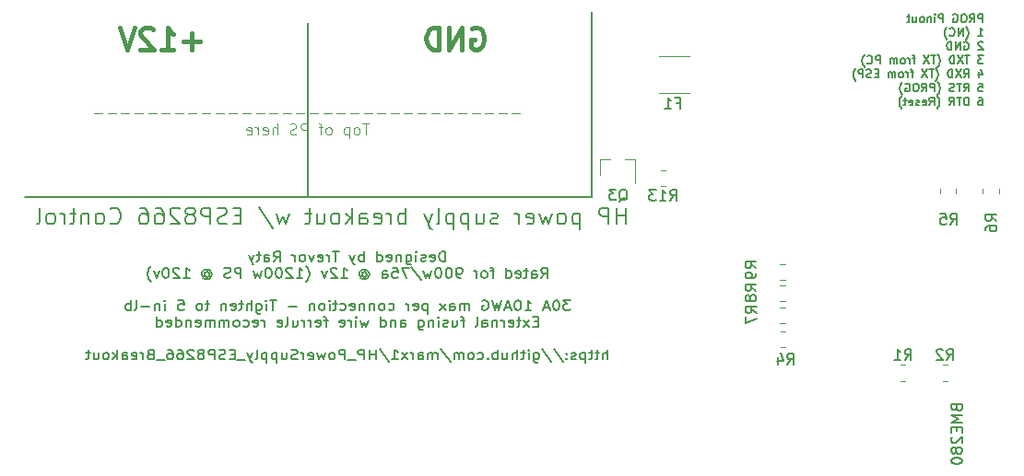
<source format=gbo>
%TF.GenerationSoftware,KiCad,Pcbnew,(5.1.12)-1*%
%TF.CreationDate,2023-06-07T09:52:28-07:00*%
%TF.ProjectId,hp breakout remote relay,68702062-7265-4616-9b6f-75742072656d,rev?*%
%TF.SameCoordinates,Original*%
%TF.FileFunction,Legend,Bot*%
%TF.FilePolarity,Positive*%
%FSLAX46Y46*%
G04 Gerber Fmt 4.6, Leading zero omitted, Abs format (unit mm)*
G04 Created by KiCad (PCBNEW (5.1.12)-1) date 2023-06-07 09:52:28*
%MOMM*%
%LPD*%
G01*
G04 APERTURE LIST*
%ADD10C,0.150000*%
%ADD11C,0.100000*%
%ADD12C,0.400000*%
%ADD13C,0.120000*%
G04 APERTURE END LIST*
D10*
X145164285Y-79478571D02*
X145164285Y-77978571D01*
X145164285Y-78692857D02*
X144307142Y-78692857D01*
X144307142Y-79478571D02*
X144307142Y-77978571D01*
X143592857Y-79478571D02*
X143592857Y-77978571D01*
X143021428Y-77978571D01*
X142878571Y-78050000D01*
X142807142Y-78121428D01*
X142735714Y-78264285D01*
X142735714Y-78478571D01*
X142807142Y-78621428D01*
X142878571Y-78692857D01*
X143021428Y-78764285D01*
X143592857Y-78764285D01*
X140950000Y-78478571D02*
X140950000Y-79978571D01*
X140950000Y-78550000D02*
X140807142Y-78478571D01*
X140521428Y-78478571D01*
X140378571Y-78550000D01*
X140307142Y-78621428D01*
X140235714Y-78764285D01*
X140235714Y-79192857D01*
X140307142Y-79335714D01*
X140378571Y-79407142D01*
X140521428Y-79478571D01*
X140807142Y-79478571D01*
X140950000Y-79407142D01*
X139378571Y-79478571D02*
X139521428Y-79407142D01*
X139592857Y-79335714D01*
X139664285Y-79192857D01*
X139664285Y-78764285D01*
X139592857Y-78621428D01*
X139521428Y-78550000D01*
X139378571Y-78478571D01*
X139164285Y-78478571D01*
X139021428Y-78550000D01*
X138950000Y-78621428D01*
X138878571Y-78764285D01*
X138878571Y-79192857D01*
X138950000Y-79335714D01*
X139021428Y-79407142D01*
X139164285Y-79478571D01*
X139378571Y-79478571D01*
X138378571Y-78478571D02*
X138092857Y-79478571D01*
X137807142Y-78764285D01*
X137521428Y-79478571D01*
X137235714Y-78478571D01*
X136092857Y-79407142D02*
X136235714Y-79478571D01*
X136521428Y-79478571D01*
X136664285Y-79407142D01*
X136735714Y-79264285D01*
X136735714Y-78692857D01*
X136664285Y-78550000D01*
X136521428Y-78478571D01*
X136235714Y-78478571D01*
X136092857Y-78550000D01*
X136021428Y-78692857D01*
X136021428Y-78835714D01*
X136735714Y-78978571D01*
X135378571Y-79478571D02*
X135378571Y-78478571D01*
X135378571Y-78764285D02*
X135307142Y-78621428D01*
X135235714Y-78550000D01*
X135092857Y-78478571D01*
X134950000Y-78478571D01*
X133378571Y-79407142D02*
X133235714Y-79478571D01*
X132950000Y-79478571D01*
X132807142Y-79407142D01*
X132735714Y-79264285D01*
X132735714Y-79192857D01*
X132807142Y-79050000D01*
X132950000Y-78978571D01*
X133164285Y-78978571D01*
X133307142Y-78907142D01*
X133378571Y-78764285D01*
X133378571Y-78692857D01*
X133307142Y-78550000D01*
X133164285Y-78478571D01*
X132950000Y-78478571D01*
X132807142Y-78550000D01*
X131450000Y-78478571D02*
X131450000Y-79478571D01*
X132092857Y-78478571D02*
X132092857Y-79264285D01*
X132021428Y-79407142D01*
X131878571Y-79478571D01*
X131664285Y-79478571D01*
X131521428Y-79407142D01*
X131450000Y-79335714D01*
X130735714Y-78478571D02*
X130735714Y-79978571D01*
X130735714Y-78550000D02*
X130592857Y-78478571D01*
X130307142Y-78478571D01*
X130164285Y-78550000D01*
X130092857Y-78621428D01*
X130021428Y-78764285D01*
X130021428Y-79192857D01*
X130092857Y-79335714D01*
X130164285Y-79407142D01*
X130307142Y-79478571D01*
X130592857Y-79478571D01*
X130735714Y-79407142D01*
X129378571Y-78478571D02*
X129378571Y-79978571D01*
X129378571Y-78550000D02*
X129235714Y-78478571D01*
X128950000Y-78478571D01*
X128807142Y-78550000D01*
X128735714Y-78621428D01*
X128664285Y-78764285D01*
X128664285Y-79192857D01*
X128735714Y-79335714D01*
X128807142Y-79407142D01*
X128950000Y-79478571D01*
X129235714Y-79478571D01*
X129378571Y-79407142D01*
X127807142Y-79478571D02*
X127950000Y-79407142D01*
X128021428Y-79264285D01*
X128021428Y-77978571D01*
X127378571Y-78478571D02*
X127021428Y-79478571D01*
X126664285Y-78478571D02*
X127021428Y-79478571D01*
X127164285Y-79835714D01*
X127235714Y-79907142D01*
X127378571Y-79978571D01*
X124950000Y-79478571D02*
X124950000Y-77978571D01*
X124950000Y-78550000D02*
X124807142Y-78478571D01*
X124521428Y-78478571D01*
X124378571Y-78550000D01*
X124307142Y-78621428D01*
X124235714Y-78764285D01*
X124235714Y-79192857D01*
X124307142Y-79335714D01*
X124378571Y-79407142D01*
X124521428Y-79478571D01*
X124807142Y-79478571D01*
X124950000Y-79407142D01*
X123592857Y-79478571D02*
X123592857Y-78478571D01*
X123592857Y-78764285D02*
X123521428Y-78621428D01*
X123450000Y-78550000D01*
X123307142Y-78478571D01*
X123164285Y-78478571D01*
X122092857Y-79407142D02*
X122235714Y-79478571D01*
X122521428Y-79478571D01*
X122664285Y-79407142D01*
X122735714Y-79264285D01*
X122735714Y-78692857D01*
X122664285Y-78550000D01*
X122521428Y-78478571D01*
X122235714Y-78478571D01*
X122092857Y-78550000D01*
X122021428Y-78692857D01*
X122021428Y-78835714D01*
X122735714Y-78978571D01*
X120735714Y-79478571D02*
X120735714Y-78692857D01*
X120807142Y-78550000D01*
X120950000Y-78478571D01*
X121235714Y-78478571D01*
X121378571Y-78550000D01*
X120735714Y-79407142D02*
X120878571Y-79478571D01*
X121235714Y-79478571D01*
X121378571Y-79407142D01*
X121450000Y-79264285D01*
X121450000Y-79121428D01*
X121378571Y-78978571D01*
X121235714Y-78907142D01*
X120878571Y-78907142D01*
X120735714Y-78835714D01*
X120021428Y-79478571D02*
X120021428Y-77978571D01*
X119878571Y-78907142D02*
X119450000Y-79478571D01*
X119450000Y-78478571D02*
X120021428Y-79050000D01*
X118592857Y-79478571D02*
X118735714Y-79407142D01*
X118807142Y-79335714D01*
X118878571Y-79192857D01*
X118878571Y-78764285D01*
X118807142Y-78621428D01*
X118735714Y-78550000D01*
X118592857Y-78478571D01*
X118378571Y-78478571D01*
X118235714Y-78550000D01*
X118164285Y-78621428D01*
X118092857Y-78764285D01*
X118092857Y-79192857D01*
X118164285Y-79335714D01*
X118235714Y-79407142D01*
X118378571Y-79478571D01*
X118592857Y-79478571D01*
X116807142Y-78478571D02*
X116807142Y-79478571D01*
X117450000Y-78478571D02*
X117450000Y-79264285D01*
X117378571Y-79407142D01*
X117235714Y-79478571D01*
X117021428Y-79478571D01*
X116878571Y-79407142D01*
X116807142Y-79335714D01*
X116307142Y-78478571D02*
X115735714Y-78478571D01*
X116092857Y-77978571D02*
X116092857Y-79264285D01*
X116021428Y-79407142D01*
X115878571Y-79478571D01*
X115735714Y-79478571D01*
X114235714Y-78478571D02*
X113950000Y-79478571D01*
X113664285Y-78764285D01*
X113378571Y-79478571D01*
X113092857Y-78478571D01*
X111450000Y-77907142D02*
X112735714Y-79835714D01*
X109807142Y-78692857D02*
X109307142Y-78692857D01*
X109092857Y-79478571D02*
X109807142Y-79478571D01*
X109807142Y-77978571D01*
X109092857Y-77978571D01*
X108521428Y-79407142D02*
X108307142Y-79478571D01*
X107950000Y-79478571D01*
X107807142Y-79407142D01*
X107735714Y-79335714D01*
X107664285Y-79192857D01*
X107664285Y-79050000D01*
X107735714Y-78907142D01*
X107807142Y-78835714D01*
X107950000Y-78764285D01*
X108235714Y-78692857D01*
X108378571Y-78621428D01*
X108450000Y-78550000D01*
X108521428Y-78407142D01*
X108521428Y-78264285D01*
X108450000Y-78121428D01*
X108378571Y-78050000D01*
X108235714Y-77978571D01*
X107878571Y-77978571D01*
X107664285Y-78050000D01*
X107021428Y-79478571D02*
X107021428Y-77978571D01*
X106450000Y-77978571D01*
X106307142Y-78050000D01*
X106235714Y-78121428D01*
X106164285Y-78264285D01*
X106164285Y-78478571D01*
X106235714Y-78621428D01*
X106307142Y-78692857D01*
X106450000Y-78764285D01*
X107021428Y-78764285D01*
X105307142Y-78621428D02*
X105450000Y-78550000D01*
X105521428Y-78478571D01*
X105592857Y-78335714D01*
X105592857Y-78264285D01*
X105521428Y-78121428D01*
X105450000Y-78050000D01*
X105307142Y-77978571D01*
X105021428Y-77978571D01*
X104878571Y-78050000D01*
X104807142Y-78121428D01*
X104735714Y-78264285D01*
X104735714Y-78335714D01*
X104807142Y-78478571D01*
X104878571Y-78550000D01*
X105021428Y-78621428D01*
X105307142Y-78621428D01*
X105450000Y-78692857D01*
X105521428Y-78764285D01*
X105592857Y-78907142D01*
X105592857Y-79192857D01*
X105521428Y-79335714D01*
X105450000Y-79407142D01*
X105307142Y-79478571D01*
X105021428Y-79478571D01*
X104878571Y-79407142D01*
X104807142Y-79335714D01*
X104735714Y-79192857D01*
X104735714Y-78907142D01*
X104807142Y-78764285D01*
X104878571Y-78692857D01*
X105021428Y-78621428D01*
X104164285Y-78121428D02*
X104092857Y-78050000D01*
X103950000Y-77978571D01*
X103592857Y-77978571D01*
X103450000Y-78050000D01*
X103378571Y-78121428D01*
X103307142Y-78264285D01*
X103307142Y-78407142D01*
X103378571Y-78621428D01*
X104235714Y-79478571D01*
X103307142Y-79478571D01*
X102021428Y-77978571D02*
X102307142Y-77978571D01*
X102450000Y-78050000D01*
X102521428Y-78121428D01*
X102664285Y-78335714D01*
X102735714Y-78621428D01*
X102735714Y-79192857D01*
X102664285Y-79335714D01*
X102592857Y-79407142D01*
X102450000Y-79478571D01*
X102164285Y-79478571D01*
X102021428Y-79407142D01*
X101950000Y-79335714D01*
X101878571Y-79192857D01*
X101878571Y-78835714D01*
X101950000Y-78692857D01*
X102021428Y-78621428D01*
X102164285Y-78550000D01*
X102450000Y-78550000D01*
X102592857Y-78621428D01*
X102664285Y-78692857D01*
X102735714Y-78835714D01*
X100592857Y-77978571D02*
X100878571Y-77978571D01*
X101021428Y-78050000D01*
X101092857Y-78121428D01*
X101235714Y-78335714D01*
X101307142Y-78621428D01*
X101307142Y-79192857D01*
X101235714Y-79335714D01*
X101164285Y-79407142D01*
X101021428Y-79478571D01*
X100735714Y-79478571D01*
X100592857Y-79407142D01*
X100521428Y-79335714D01*
X100450000Y-79192857D01*
X100450000Y-78835714D01*
X100521428Y-78692857D01*
X100592857Y-78621428D01*
X100735714Y-78550000D01*
X101021428Y-78550000D01*
X101164285Y-78621428D01*
X101235714Y-78692857D01*
X101307142Y-78835714D01*
X97807142Y-79335714D02*
X97878571Y-79407142D01*
X98092857Y-79478571D01*
X98235714Y-79478571D01*
X98450000Y-79407142D01*
X98592857Y-79264285D01*
X98664285Y-79121428D01*
X98735714Y-78835714D01*
X98735714Y-78621428D01*
X98664285Y-78335714D01*
X98592857Y-78192857D01*
X98450000Y-78050000D01*
X98235714Y-77978571D01*
X98092857Y-77978571D01*
X97878571Y-78050000D01*
X97807142Y-78121428D01*
X96950000Y-79478571D02*
X97092857Y-79407142D01*
X97164285Y-79335714D01*
X97235714Y-79192857D01*
X97235714Y-78764285D01*
X97164285Y-78621428D01*
X97092857Y-78550000D01*
X96950000Y-78478571D01*
X96735714Y-78478571D01*
X96592857Y-78550000D01*
X96521428Y-78621428D01*
X96450000Y-78764285D01*
X96450000Y-79192857D01*
X96521428Y-79335714D01*
X96592857Y-79407142D01*
X96735714Y-79478571D01*
X96950000Y-79478571D01*
X95807142Y-78478571D02*
X95807142Y-79478571D01*
X95807142Y-78621428D02*
X95735714Y-78550000D01*
X95592857Y-78478571D01*
X95378571Y-78478571D01*
X95235714Y-78550000D01*
X95164285Y-78692857D01*
X95164285Y-79478571D01*
X94664285Y-78478571D02*
X94092857Y-78478571D01*
X94450000Y-77978571D02*
X94450000Y-79264285D01*
X94378571Y-79407142D01*
X94235714Y-79478571D01*
X94092857Y-79478571D01*
X93592857Y-79478571D02*
X93592857Y-78478571D01*
X93592857Y-78764285D02*
X93521428Y-78621428D01*
X93450000Y-78550000D01*
X93307142Y-78478571D01*
X93164285Y-78478571D01*
X92450000Y-79478571D02*
X92592857Y-79407142D01*
X92664285Y-79335714D01*
X92735714Y-79192857D01*
X92735714Y-78764285D01*
X92664285Y-78621428D01*
X92592857Y-78550000D01*
X92450000Y-78478571D01*
X92235714Y-78478571D01*
X92092857Y-78550000D01*
X92021428Y-78621428D01*
X91950000Y-78764285D01*
X91950000Y-79192857D01*
X92021428Y-79335714D01*
X92092857Y-79407142D01*
X92235714Y-79478571D01*
X92450000Y-79478571D01*
X91092857Y-79478571D02*
X91235714Y-79407142D01*
X91307142Y-79264285D01*
X91307142Y-77978571D01*
D11*
X135471428Y-69271428D02*
X134709523Y-69271428D01*
X134233333Y-69271428D02*
X133471428Y-69271428D01*
X132995238Y-69271428D02*
X132233333Y-69271428D01*
X131757142Y-69271428D02*
X130995238Y-69271428D01*
X130519047Y-69271428D02*
X129757142Y-69271428D01*
X129280952Y-69271428D02*
X128519047Y-69271428D01*
X128042857Y-69271428D02*
X127280952Y-69271428D01*
X126804761Y-69271428D02*
X126042857Y-69271428D01*
X125566666Y-69271428D02*
X124804761Y-69271428D01*
X124328571Y-69271428D02*
X123566666Y-69271428D01*
X123090476Y-69271428D02*
X122328571Y-69271428D01*
X121852380Y-69271428D02*
X121090476Y-69271428D01*
X120614285Y-69271428D02*
X119852380Y-69271428D01*
X119376190Y-69271428D02*
X118614285Y-69271428D01*
X118138095Y-69271428D02*
X117376190Y-69271428D01*
X116900000Y-69271428D02*
X116138095Y-69271428D01*
X115661904Y-69271428D02*
X114900000Y-69271428D01*
X114423809Y-69271428D02*
X113661904Y-69271428D01*
X113185714Y-69271428D02*
X112423809Y-69271428D01*
X111947619Y-69271428D02*
X111185714Y-69271428D01*
X110709523Y-69271428D02*
X109947619Y-69271428D01*
X109471428Y-69271428D02*
X108709523Y-69271428D01*
X108233333Y-69271428D02*
X107471428Y-69271428D01*
X106995238Y-69271428D02*
X106233333Y-69271428D01*
X105757142Y-69271428D02*
X104995238Y-69271428D01*
X104519047Y-69271428D02*
X103757142Y-69271428D01*
X103280952Y-69271428D02*
X102519047Y-69271428D01*
X102042857Y-69271428D02*
X101280952Y-69271428D01*
X100804761Y-69271428D02*
X100042857Y-69271428D01*
X99566666Y-69271428D02*
X98804761Y-69271428D01*
X98328571Y-69271428D02*
X97566666Y-69271428D01*
X97090476Y-69271428D02*
X96328571Y-69271428D01*
X121566666Y-70252380D02*
X120995238Y-70252380D01*
X121280952Y-71252380D02*
X121280952Y-70252380D01*
X120519047Y-71252380D02*
X120614285Y-71204761D01*
X120661904Y-71157142D01*
X120709523Y-71061904D01*
X120709523Y-70776190D01*
X120661904Y-70680952D01*
X120614285Y-70633333D01*
X120519047Y-70585714D01*
X120376190Y-70585714D01*
X120280952Y-70633333D01*
X120233333Y-70680952D01*
X120185714Y-70776190D01*
X120185714Y-71061904D01*
X120233333Y-71157142D01*
X120280952Y-71204761D01*
X120376190Y-71252380D01*
X120519047Y-71252380D01*
X119757142Y-70585714D02*
X119757142Y-71585714D01*
X119757142Y-70633333D02*
X119661904Y-70585714D01*
X119471428Y-70585714D01*
X119376190Y-70633333D01*
X119328571Y-70680952D01*
X119280952Y-70776190D01*
X119280952Y-71061904D01*
X119328571Y-71157142D01*
X119376190Y-71204761D01*
X119471428Y-71252380D01*
X119661904Y-71252380D01*
X119757142Y-71204761D01*
X117947619Y-71252380D02*
X118042857Y-71204761D01*
X118090476Y-71157142D01*
X118138095Y-71061904D01*
X118138095Y-70776190D01*
X118090476Y-70680952D01*
X118042857Y-70633333D01*
X117947619Y-70585714D01*
X117804761Y-70585714D01*
X117709523Y-70633333D01*
X117661904Y-70680952D01*
X117614285Y-70776190D01*
X117614285Y-71061904D01*
X117661904Y-71157142D01*
X117709523Y-71204761D01*
X117804761Y-71252380D01*
X117947619Y-71252380D01*
X117328571Y-70585714D02*
X116947619Y-70585714D01*
X117185714Y-71252380D02*
X117185714Y-70395238D01*
X117138095Y-70300000D01*
X117042857Y-70252380D01*
X116947619Y-70252380D01*
X115852380Y-71252380D02*
X115852380Y-70252380D01*
X115471428Y-70252380D01*
X115376190Y-70300000D01*
X115328571Y-70347619D01*
X115280952Y-70442857D01*
X115280952Y-70585714D01*
X115328571Y-70680952D01*
X115376190Y-70728571D01*
X115471428Y-70776190D01*
X115852380Y-70776190D01*
X114900000Y-71204761D02*
X114757142Y-71252380D01*
X114519047Y-71252380D01*
X114423809Y-71204761D01*
X114376190Y-71157142D01*
X114328571Y-71061904D01*
X114328571Y-70966666D01*
X114376190Y-70871428D01*
X114423809Y-70823809D01*
X114519047Y-70776190D01*
X114709523Y-70728571D01*
X114804761Y-70680952D01*
X114852380Y-70633333D01*
X114900000Y-70538095D01*
X114900000Y-70442857D01*
X114852380Y-70347619D01*
X114804761Y-70300000D01*
X114709523Y-70252380D01*
X114471428Y-70252380D01*
X114328571Y-70300000D01*
X113138095Y-71252380D02*
X113138095Y-70252380D01*
X112709523Y-71252380D02*
X112709523Y-70728571D01*
X112757142Y-70633333D01*
X112852380Y-70585714D01*
X112995238Y-70585714D01*
X113090476Y-70633333D01*
X113138095Y-70680952D01*
X111852380Y-71204761D02*
X111947619Y-71252380D01*
X112138095Y-71252380D01*
X112233333Y-71204761D01*
X112280952Y-71109523D01*
X112280952Y-70728571D01*
X112233333Y-70633333D01*
X112138095Y-70585714D01*
X111947619Y-70585714D01*
X111852380Y-70633333D01*
X111804761Y-70728571D01*
X111804761Y-70823809D01*
X112280952Y-70919047D01*
X111376190Y-71252380D02*
X111376190Y-70585714D01*
X111376190Y-70776190D02*
X111328571Y-70680952D01*
X111280952Y-70633333D01*
X111185714Y-70585714D01*
X111090476Y-70585714D01*
X110376190Y-71204761D02*
X110471428Y-71252380D01*
X110661904Y-71252380D01*
X110757142Y-71204761D01*
X110804761Y-71109523D01*
X110804761Y-70728571D01*
X110757142Y-70633333D01*
X110661904Y-70585714D01*
X110471428Y-70585714D01*
X110376190Y-70633333D01*
X110328571Y-70728571D01*
X110328571Y-70823809D01*
X110804761Y-70919047D01*
D10*
X128576190Y-82907142D02*
X128576190Y-82007142D01*
X128338095Y-82007142D01*
X128195238Y-82050000D01*
X128100000Y-82135714D01*
X128052380Y-82221428D01*
X128004761Y-82392857D01*
X128004761Y-82521428D01*
X128052380Y-82692857D01*
X128100000Y-82778571D01*
X128195238Y-82864285D01*
X128338095Y-82907142D01*
X128576190Y-82907142D01*
X127195238Y-82864285D02*
X127290476Y-82907142D01*
X127480952Y-82907142D01*
X127576190Y-82864285D01*
X127623809Y-82778571D01*
X127623809Y-82435714D01*
X127576190Y-82350000D01*
X127480952Y-82307142D01*
X127290476Y-82307142D01*
X127195238Y-82350000D01*
X127147619Y-82435714D01*
X127147619Y-82521428D01*
X127623809Y-82607142D01*
X126766666Y-82864285D02*
X126671428Y-82907142D01*
X126480952Y-82907142D01*
X126385714Y-82864285D01*
X126338095Y-82778571D01*
X126338095Y-82735714D01*
X126385714Y-82650000D01*
X126480952Y-82607142D01*
X126623809Y-82607142D01*
X126719047Y-82564285D01*
X126766666Y-82478571D01*
X126766666Y-82435714D01*
X126719047Y-82350000D01*
X126623809Y-82307142D01*
X126480952Y-82307142D01*
X126385714Y-82350000D01*
X125909523Y-82907142D02*
X125909523Y-82307142D01*
X125909523Y-82007142D02*
X125957142Y-82050000D01*
X125909523Y-82092857D01*
X125861904Y-82050000D01*
X125909523Y-82007142D01*
X125909523Y-82092857D01*
X125004761Y-82307142D02*
X125004761Y-83035714D01*
X125052380Y-83121428D01*
X125100000Y-83164285D01*
X125195238Y-83207142D01*
X125338095Y-83207142D01*
X125433333Y-83164285D01*
X125004761Y-82864285D02*
X125100000Y-82907142D01*
X125290476Y-82907142D01*
X125385714Y-82864285D01*
X125433333Y-82821428D01*
X125480952Y-82735714D01*
X125480952Y-82478571D01*
X125433333Y-82392857D01*
X125385714Y-82350000D01*
X125290476Y-82307142D01*
X125100000Y-82307142D01*
X125004761Y-82350000D01*
X124528571Y-82307142D02*
X124528571Y-82907142D01*
X124528571Y-82392857D02*
X124480952Y-82350000D01*
X124385714Y-82307142D01*
X124242857Y-82307142D01*
X124147619Y-82350000D01*
X124100000Y-82435714D01*
X124100000Y-82907142D01*
X123242857Y-82864285D02*
X123338095Y-82907142D01*
X123528571Y-82907142D01*
X123623809Y-82864285D01*
X123671428Y-82778571D01*
X123671428Y-82435714D01*
X123623809Y-82350000D01*
X123528571Y-82307142D01*
X123338095Y-82307142D01*
X123242857Y-82350000D01*
X123195238Y-82435714D01*
X123195238Y-82521428D01*
X123671428Y-82607142D01*
X122338095Y-82907142D02*
X122338095Y-82007142D01*
X122338095Y-82864285D02*
X122433333Y-82907142D01*
X122623809Y-82907142D01*
X122719047Y-82864285D01*
X122766666Y-82821428D01*
X122814285Y-82735714D01*
X122814285Y-82478571D01*
X122766666Y-82392857D01*
X122719047Y-82350000D01*
X122623809Y-82307142D01*
X122433333Y-82307142D01*
X122338095Y-82350000D01*
X121100000Y-82907142D02*
X121100000Y-82007142D01*
X121100000Y-82350000D02*
X121004761Y-82307142D01*
X120814285Y-82307142D01*
X120719047Y-82350000D01*
X120671428Y-82392857D01*
X120623809Y-82478571D01*
X120623809Y-82735714D01*
X120671428Y-82821428D01*
X120719047Y-82864285D01*
X120814285Y-82907142D01*
X121004761Y-82907142D01*
X121100000Y-82864285D01*
X120290476Y-82307142D02*
X120052380Y-82907142D01*
X119814285Y-82307142D02*
X120052380Y-82907142D01*
X120147619Y-83121428D01*
X120195238Y-83164285D01*
X120290476Y-83207142D01*
X118814285Y-82007142D02*
X118242857Y-82007142D01*
X118528571Y-82907142D02*
X118528571Y-82007142D01*
X117909523Y-82907142D02*
X117909523Y-82307142D01*
X117909523Y-82478571D02*
X117861904Y-82392857D01*
X117814285Y-82350000D01*
X117719047Y-82307142D01*
X117623809Y-82307142D01*
X116909523Y-82864285D02*
X117004761Y-82907142D01*
X117195238Y-82907142D01*
X117290476Y-82864285D01*
X117338095Y-82778571D01*
X117338095Y-82435714D01*
X117290476Y-82350000D01*
X117195238Y-82307142D01*
X117004761Y-82307142D01*
X116909523Y-82350000D01*
X116861904Y-82435714D01*
X116861904Y-82521428D01*
X117338095Y-82607142D01*
X116528571Y-82307142D02*
X116290476Y-82907142D01*
X116052380Y-82307142D01*
X115528571Y-82907142D02*
X115623809Y-82864285D01*
X115671428Y-82821428D01*
X115719047Y-82735714D01*
X115719047Y-82478571D01*
X115671428Y-82392857D01*
X115623809Y-82350000D01*
X115528571Y-82307142D01*
X115385714Y-82307142D01*
X115290476Y-82350000D01*
X115242857Y-82392857D01*
X115195238Y-82478571D01*
X115195238Y-82735714D01*
X115242857Y-82821428D01*
X115290476Y-82864285D01*
X115385714Y-82907142D01*
X115528571Y-82907142D01*
X114766666Y-82907142D02*
X114766666Y-82307142D01*
X114766666Y-82478571D02*
X114719047Y-82392857D01*
X114671428Y-82350000D01*
X114576190Y-82307142D01*
X114480952Y-82307142D01*
X112814285Y-82907142D02*
X113147619Y-82478571D01*
X113385714Y-82907142D02*
X113385714Y-82007142D01*
X113004761Y-82007142D01*
X112909523Y-82050000D01*
X112861904Y-82092857D01*
X112814285Y-82178571D01*
X112814285Y-82307142D01*
X112861904Y-82392857D01*
X112909523Y-82435714D01*
X113004761Y-82478571D01*
X113385714Y-82478571D01*
X111957142Y-82907142D02*
X111957142Y-82435714D01*
X112004761Y-82350000D01*
X112100000Y-82307142D01*
X112290476Y-82307142D01*
X112385714Y-82350000D01*
X111957142Y-82864285D02*
X112052380Y-82907142D01*
X112290476Y-82907142D01*
X112385714Y-82864285D01*
X112433333Y-82778571D01*
X112433333Y-82692857D01*
X112385714Y-82607142D01*
X112290476Y-82564285D01*
X112052380Y-82564285D01*
X111957142Y-82521428D01*
X111623809Y-82307142D02*
X111242857Y-82307142D01*
X111480952Y-82007142D02*
X111480952Y-82778571D01*
X111433333Y-82864285D01*
X111338095Y-82907142D01*
X111242857Y-82907142D01*
X111004761Y-82307142D02*
X110766666Y-82907142D01*
X110528571Y-82307142D02*
X110766666Y-82907142D01*
X110861904Y-83121428D01*
X110909523Y-83164285D01*
X111004761Y-83207142D01*
X137385714Y-84407142D02*
X137719047Y-83978571D01*
X137957142Y-84407142D02*
X137957142Y-83507142D01*
X137576190Y-83507142D01*
X137480952Y-83550000D01*
X137433333Y-83592857D01*
X137385714Y-83678571D01*
X137385714Y-83807142D01*
X137433333Y-83892857D01*
X137480952Y-83935714D01*
X137576190Y-83978571D01*
X137957142Y-83978571D01*
X136528571Y-84407142D02*
X136528571Y-83935714D01*
X136576190Y-83850000D01*
X136671428Y-83807142D01*
X136861904Y-83807142D01*
X136957142Y-83850000D01*
X136528571Y-84364285D02*
X136623809Y-84407142D01*
X136861904Y-84407142D01*
X136957142Y-84364285D01*
X137004761Y-84278571D01*
X137004761Y-84192857D01*
X136957142Y-84107142D01*
X136861904Y-84064285D01*
X136623809Y-84064285D01*
X136528571Y-84021428D01*
X136195238Y-83807142D02*
X135814285Y-83807142D01*
X136052380Y-83507142D02*
X136052380Y-84278571D01*
X136004761Y-84364285D01*
X135909523Y-84407142D01*
X135814285Y-84407142D01*
X135100000Y-84364285D02*
X135195238Y-84407142D01*
X135385714Y-84407142D01*
X135480952Y-84364285D01*
X135528571Y-84278571D01*
X135528571Y-83935714D01*
X135480952Y-83850000D01*
X135385714Y-83807142D01*
X135195238Y-83807142D01*
X135100000Y-83850000D01*
X135052380Y-83935714D01*
X135052380Y-84021428D01*
X135528571Y-84107142D01*
X134195238Y-84407142D02*
X134195238Y-83507142D01*
X134195238Y-84364285D02*
X134290476Y-84407142D01*
X134480952Y-84407142D01*
X134576190Y-84364285D01*
X134623809Y-84321428D01*
X134671428Y-84235714D01*
X134671428Y-83978571D01*
X134623809Y-83892857D01*
X134576190Y-83850000D01*
X134480952Y-83807142D01*
X134290476Y-83807142D01*
X134195238Y-83850000D01*
X133100000Y-83807142D02*
X132719047Y-83807142D01*
X132957142Y-84407142D02*
X132957142Y-83635714D01*
X132909523Y-83550000D01*
X132814285Y-83507142D01*
X132719047Y-83507142D01*
X132242857Y-84407142D02*
X132338095Y-84364285D01*
X132385714Y-84321428D01*
X132433333Y-84235714D01*
X132433333Y-83978571D01*
X132385714Y-83892857D01*
X132338095Y-83850000D01*
X132242857Y-83807142D01*
X132100000Y-83807142D01*
X132004761Y-83850000D01*
X131957142Y-83892857D01*
X131909523Y-83978571D01*
X131909523Y-84235714D01*
X131957142Y-84321428D01*
X132004761Y-84364285D01*
X132100000Y-84407142D01*
X132242857Y-84407142D01*
X131480952Y-84407142D02*
X131480952Y-83807142D01*
X131480952Y-83978571D02*
X131433333Y-83892857D01*
X131385714Y-83850000D01*
X131290476Y-83807142D01*
X131195238Y-83807142D01*
X130052380Y-84407142D02*
X129861904Y-84407142D01*
X129766666Y-84364285D01*
X129719047Y-84321428D01*
X129623809Y-84192857D01*
X129576190Y-84021428D01*
X129576190Y-83678571D01*
X129623809Y-83592857D01*
X129671428Y-83550000D01*
X129766666Y-83507142D01*
X129957142Y-83507142D01*
X130052380Y-83550000D01*
X130100000Y-83592857D01*
X130147619Y-83678571D01*
X130147619Y-83892857D01*
X130100000Y-83978571D01*
X130052380Y-84021428D01*
X129957142Y-84064285D01*
X129766666Y-84064285D01*
X129671428Y-84021428D01*
X129623809Y-83978571D01*
X129576190Y-83892857D01*
X128957142Y-83507142D02*
X128861904Y-83507142D01*
X128766666Y-83550000D01*
X128719047Y-83592857D01*
X128671428Y-83678571D01*
X128623809Y-83850000D01*
X128623809Y-84064285D01*
X128671428Y-84235714D01*
X128719047Y-84321428D01*
X128766666Y-84364285D01*
X128861904Y-84407142D01*
X128957142Y-84407142D01*
X129052380Y-84364285D01*
X129100000Y-84321428D01*
X129147619Y-84235714D01*
X129195238Y-84064285D01*
X129195238Y-83850000D01*
X129147619Y-83678571D01*
X129100000Y-83592857D01*
X129052380Y-83550000D01*
X128957142Y-83507142D01*
X128004761Y-83507142D02*
X127909523Y-83507142D01*
X127814285Y-83550000D01*
X127766666Y-83592857D01*
X127719047Y-83678571D01*
X127671428Y-83850000D01*
X127671428Y-84064285D01*
X127719047Y-84235714D01*
X127766666Y-84321428D01*
X127814285Y-84364285D01*
X127909523Y-84407142D01*
X128004761Y-84407142D01*
X128100000Y-84364285D01*
X128147619Y-84321428D01*
X128195238Y-84235714D01*
X128242857Y-84064285D01*
X128242857Y-83850000D01*
X128195238Y-83678571D01*
X128147619Y-83592857D01*
X128100000Y-83550000D01*
X128004761Y-83507142D01*
X127338095Y-83807142D02*
X127147619Y-84407142D01*
X126957142Y-83978571D01*
X126766666Y-84407142D01*
X126576190Y-83807142D01*
X125480952Y-83464285D02*
X126338095Y-84621428D01*
X125242857Y-83507142D02*
X124576190Y-83507142D01*
X125004761Y-84407142D01*
X123719047Y-83507142D02*
X124195238Y-83507142D01*
X124242857Y-83935714D01*
X124195238Y-83892857D01*
X124100000Y-83850000D01*
X123861904Y-83850000D01*
X123766666Y-83892857D01*
X123719047Y-83935714D01*
X123671428Y-84021428D01*
X123671428Y-84235714D01*
X123719047Y-84321428D01*
X123766666Y-84364285D01*
X123861904Y-84407142D01*
X124100000Y-84407142D01*
X124195238Y-84364285D01*
X124242857Y-84321428D01*
X122814285Y-84407142D02*
X122814285Y-83935714D01*
X122861904Y-83850000D01*
X122957142Y-83807142D01*
X123147619Y-83807142D01*
X123242857Y-83850000D01*
X122814285Y-84364285D02*
X122909523Y-84407142D01*
X123147619Y-84407142D01*
X123242857Y-84364285D01*
X123290476Y-84278571D01*
X123290476Y-84192857D01*
X123242857Y-84107142D01*
X123147619Y-84064285D01*
X122909523Y-84064285D01*
X122814285Y-84021428D01*
X120957142Y-83978571D02*
X121004761Y-83935714D01*
X121100000Y-83892857D01*
X121195238Y-83892857D01*
X121290476Y-83935714D01*
X121338095Y-83978571D01*
X121385714Y-84064285D01*
X121385714Y-84150000D01*
X121338095Y-84235714D01*
X121290476Y-84278571D01*
X121195238Y-84321428D01*
X121100000Y-84321428D01*
X121004761Y-84278571D01*
X120957142Y-84235714D01*
X120957142Y-83892857D02*
X120957142Y-84235714D01*
X120909523Y-84278571D01*
X120861904Y-84278571D01*
X120766666Y-84235714D01*
X120719047Y-84150000D01*
X120719047Y-83935714D01*
X120814285Y-83807142D01*
X120957142Y-83721428D01*
X121147619Y-83678571D01*
X121338095Y-83721428D01*
X121480952Y-83807142D01*
X121576190Y-83935714D01*
X121623809Y-84107142D01*
X121576190Y-84278571D01*
X121480952Y-84407142D01*
X121338095Y-84492857D01*
X121147619Y-84535714D01*
X120957142Y-84492857D01*
X120814285Y-84407142D01*
X119004761Y-84407142D02*
X119576190Y-84407142D01*
X119290476Y-84407142D02*
X119290476Y-83507142D01*
X119385714Y-83635714D01*
X119480952Y-83721428D01*
X119576190Y-83764285D01*
X118623809Y-83592857D02*
X118576190Y-83550000D01*
X118480952Y-83507142D01*
X118242857Y-83507142D01*
X118147619Y-83550000D01*
X118100000Y-83592857D01*
X118052380Y-83678571D01*
X118052380Y-83764285D01*
X118100000Y-83892857D01*
X118671428Y-84407142D01*
X118052380Y-84407142D01*
X117719047Y-83807142D02*
X117480952Y-84407142D01*
X117242857Y-83807142D01*
X115814285Y-84750000D02*
X115861904Y-84707142D01*
X115957142Y-84578571D01*
X116004761Y-84492857D01*
X116052380Y-84364285D01*
X116100000Y-84150000D01*
X116100000Y-83978571D01*
X116052380Y-83764285D01*
X116004761Y-83635714D01*
X115957142Y-83550000D01*
X115861904Y-83421428D01*
X115814285Y-83378571D01*
X114909523Y-84407142D02*
X115480952Y-84407142D01*
X115195238Y-84407142D02*
X115195238Y-83507142D01*
X115290476Y-83635714D01*
X115385714Y-83721428D01*
X115480952Y-83764285D01*
X114528571Y-83592857D02*
X114480952Y-83550000D01*
X114385714Y-83507142D01*
X114147619Y-83507142D01*
X114052380Y-83550000D01*
X114004761Y-83592857D01*
X113957142Y-83678571D01*
X113957142Y-83764285D01*
X114004761Y-83892857D01*
X114576190Y-84407142D01*
X113957142Y-84407142D01*
X113338095Y-83507142D02*
X113242857Y-83507142D01*
X113147619Y-83550000D01*
X113100000Y-83592857D01*
X113052380Y-83678571D01*
X113004761Y-83850000D01*
X113004761Y-84064285D01*
X113052380Y-84235714D01*
X113100000Y-84321428D01*
X113147619Y-84364285D01*
X113242857Y-84407142D01*
X113338095Y-84407142D01*
X113433333Y-84364285D01*
X113480952Y-84321428D01*
X113528571Y-84235714D01*
X113576190Y-84064285D01*
X113576190Y-83850000D01*
X113528571Y-83678571D01*
X113480952Y-83592857D01*
X113433333Y-83550000D01*
X113338095Y-83507142D01*
X112385714Y-83507142D02*
X112290476Y-83507142D01*
X112195238Y-83550000D01*
X112147619Y-83592857D01*
X112100000Y-83678571D01*
X112052380Y-83850000D01*
X112052380Y-84064285D01*
X112100000Y-84235714D01*
X112147619Y-84321428D01*
X112195238Y-84364285D01*
X112290476Y-84407142D01*
X112385714Y-84407142D01*
X112480952Y-84364285D01*
X112528571Y-84321428D01*
X112576190Y-84235714D01*
X112623809Y-84064285D01*
X112623809Y-83850000D01*
X112576190Y-83678571D01*
X112528571Y-83592857D01*
X112480952Y-83550000D01*
X112385714Y-83507142D01*
X111719047Y-83807142D02*
X111528571Y-84407142D01*
X111338095Y-83978571D01*
X111147619Y-84407142D01*
X110957142Y-83807142D01*
X109814285Y-84407142D02*
X109814285Y-83507142D01*
X109433333Y-83507142D01*
X109338095Y-83550000D01*
X109290476Y-83592857D01*
X109242857Y-83678571D01*
X109242857Y-83807142D01*
X109290476Y-83892857D01*
X109338095Y-83935714D01*
X109433333Y-83978571D01*
X109814285Y-83978571D01*
X108861904Y-84364285D02*
X108719047Y-84407142D01*
X108480952Y-84407142D01*
X108385714Y-84364285D01*
X108338095Y-84321428D01*
X108290476Y-84235714D01*
X108290476Y-84150000D01*
X108338095Y-84064285D01*
X108385714Y-84021428D01*
X108480952Y-83978571D01*
X108671428Y-83935714D01*
X108766666Y-83892857D01*
X108814285Y-83850000D01*
X108861904Y-83764285D01*
X108861904Y-83678571D01*
X108814285Y-83592857D01*
X108766666Y-83550000D01*
X108671428Y-83507142D01*
X108433333Y-83507142D01*
X108290476Y-83550000D01*
X106480952Y-83978571D02*
X106528571Y-83935714D01*
X106623809Y-83892857D01*
X106719047Y-83892857D01*
X106814285Y-83935714D01*
X106861904Y-83978571D01*
X106909523Y-84064285D01*
X106909523Y-84150000D01*
X106861904Y-84235714D01*
X106814285Y-84278571D01*
X106719047Y-84321428D01*
X106623809Y-84321428D01*
X106528571Y-84278571D01*
X106480952Y-84235714D01*
X106480952Y-83892857D02*
X106480952Y-84235714D01*
X106433333Y-84278571D01*
X106385714Y-84278571D01*
X106290476Y-84235714D01*
X106242857Y-84150000D01*
X106242857Y-83935714D01*
X106338095Y-83807142D01*
X106480952Y-83721428D01*
X106671428Y-83678571D01*
X106861904Y-83721428D01*
X107004761Y-83807142D01*
X107100000Y-83935714D01*
X107147619Y-84107142D01*
X107100000Y-84278571D01*
X107004761Y-84407142D01*
X106861904Y-84492857D01*
X106671428Y-84535714D01*
X106480952Y-84492857D01*
X106338095Y-84407142D01*
X104528571Y-84407142D02*
X105100000Y-84407142D01*
X104814285Y-84407142D02*
X104814285Y-83507142D01*
X104909523Y-83635714D01*
X105004761Y-83721428D01*
X105100000Y-83764285D01*
X104147619Y-83592857D02*
X104100000Y-83550000D01*
X104004761Y-83507142D01*
X103766666Y-83507142D01*
X103671428Y-83550000D01*
X103623809Y-83592857D01*
X103576190Y-83678571D01*
X103576190Y-83764285D01*
X103623809Y-83892857D01*
X104195238Y-84407142D01*
X103576190Y-84407142D01*
X102957142Y-83507142D02*
X102861904Y-83507142D01*
X102766666Y-83550000D01*
X102719047Y-83592857D01*
X102671428Y-83678571D01*
X102623809Y-83850000D01*
X102623809Y-84064285D01*
X102671428Y-84235714D01*
X102719047Y-84321428D01*
X102766666Y-84364285D01*
X102861904Y-84407142D01*
X102957142Y-84407142D01*
X103052380Y-84364285D01*
X103100000Y-84321428D01*
X103147619Y-84235714D01*
X103195238Y-84064285D01*
X103195238Y-83850000D01*
X103147619Y-83678571D01*
X103100000Y-83592857D01*
X103052380Y-83550000D01*
X102957142Y-83507142D01*
X102290476Y-83807142D02*
X102052380Y-84407142D01*
X101814285Y-83807142D01*
X101528571Y-84750000D02*
X101480952Y-84707142D01*
X101385714Y-84578571D01*
X101338095Y-84492857D01*
X101290476Y-84364285D01*
X101242857Y-84150000D01*
X101242857Y-83978571D01*
X101290476Y-83764285D01*
X101338095Y-83635714D01*
X101385714Y-83550000D01*
X101480952Y-83421428D01*
X101528571Y-83378571D01*
X140052380Y-86507142D02*
X139433333Y-86507142D01*
X139766666Y-86850000D01*
X139623809Y-86850000D01*
X139528571Y-86892857D01*
X139480952Y-86935714D01*
X139433333Y-87021428D01*
X139433333Y-87235714D01*
X139480952Y-87321428D01*
X139528571Y-87364285D01*
X139623809Y-87407142D01*
X139909523Y-87407142D01*
X140004761Y-87364285D01*
X140052380Y-87321428D01*
X138814285Y-86507142D02*
X138719047Y-86507142D01*
X138623809Y-86550000D01*
X138576190Y-86592857D01*
X138528571Y-86678571D01*
X138480952Y-86850000D01*
X138480952Y-87064285D01*
X138528571Y-87235714D01*
X138576190Y-87321428D01*
X138623809Y-87364285D01*
X138719047Y-87407142D01*
X138814285Y-87407142D01*
X138909523Y-87364285D01*
X138957142Y-87321428D01*
X139004761Y-87235714D01*
X139052380Y-87064285D01*
X139052380Y-86850000D01*
X139004761Y-86678571D01*
X138957142Y-86592857D01*
X138909523Y-86550000D01*
X138814285Y-86507142D01*
X138100000Y-87150000D02*
X137623809Y-87150000D01*
X138195238Y-87407142D02*
X137861904Y-86507142D01*
X137528571Y-87407142D01*
X135909523Y-87407142D02*
X136480952Y-87407142D01*
X136195238Y-87407142D02*
X136195238Y-86507142D01*
X136290476Y-86635714D01*
X136385714Y-86721428D01*
X136480952Y-86764285D01*
X135290476Y-86507142D02*
X135195238Y-86507142D01*
X135100000Y-86550000D01*
X135052380Y-86592857D01*
X135004761Y-86678571D01*
X134957142Y-86850000D01*
X134957142Y-87064285D01*
X135004761Y-87235714D01*
X135052380Y-87321428D01*
X135100000Y-87364285D01*
X135195238Y-87407142D01*
X135290476Y-87407142D01*
X135385714Y-87364285D01*
X135433333Y-87321428D01*
X135480952Y-87235714D01*
X135528571Y-87064285D01*
X135528571Y-86850000D01*
X135480952Y-86678571D01*
X135433333Y-86592857D01*
X135385714Y-86550000D01*
X135290476Y-86507142D01*
X134576190Y-87150000D02*
X134099999Y-87150000D01*
X134671428Y-87407142D02*
X134338095Y-86507142D01*
X134004761Y-87407142D01*
X133766666Y-86507142D02*
X133528571Y-87407142D01*
X133338095Y-86764285D01*
X133147619Y-87407142D01*
X132909523Y-86507142D01*
X132004761Y-86550000D02*
X132099999Y-86507142D01*
X132242857Y-86507142D01*
X132385714Y-86550000D01*
X132480952Y-86635714D01*
X132528571Y-86721428D01*
X132576190Y-86892857D01*
X132576190Y-87021428D01*
X132528571Y-87192857D01*
X132480952Y-87278571D01*
X132385714Y-87364285D01*
X132242857Y-87407142D01*
X132147619Y-87407142D01*
X132004761Y-87364285D01*
X131957142Y-87321428D01*
X131957142Y-87021428D01*
X132147619Y-87021428D01*
X130766666Y-87407142D02*
X130766666Y-86807142D01*
X130766666Y-86892857D02*
X130719047Y-86850000D01*
X130623809Y-86807142D01*
X130480952Y-86807142D01*
X130385714Y-86850000D01*
X130338095Y-86935714D01*
X130338095Y-87407142D01*
X130338095Y-86935714D02*
X130290476Y-86850000D01*
X130195238Y-86807142D01*
X130052380Y-86807142D01*
X129957142Y-86850000D01*
X129909523Y-86935714D01*
X129909523Y-87407142D01*
X129004761Y-87407142D02*
X129004761Y-86935714D01*
X129052380Y-86850000D01*
X129147619Y-86807142D01*
X129338095Y-86807142D01*
X129433333Y-86850000D01*
X129004761Y-87364285D02*
X129099999Y-87407142D01*
X129338095Y-87407142D01*
X129433333Y-87364285D01*
X129480952Y-87278571D01*
X129480952Y-87192857D01*
X129433333Y-87107142D01*
X129338095Y-87064285D01*
X129099999Y-87064285D01*
X129004761Y-87021428D01*
X128623809Y-87407142D02*
X128099999Y-86807142D01*
X128623809Y-86807142D02*
X128099999Y-87407142D01*
X126957142Y-86807142D02*
X126957142Y-87707142D01*
X126957142Y-86850000D02*
X126861904Y-86807142D01*
X126671428Y-86807142D01*
X126576190Y-86850000D01*
X126528571Y-86892857D01*
X126480952Y-86978571D01*
X126480952Y-87235714D01*
X126528571Y-87321428D01*
X126576190Y-87364285D01*
X126671428Y-87407142D01*
X126861904Y-87407142D01*
X126957142Y-87364285D01*
X125671428Y-87364285D02*
X125766666Y-87407142D01*
X125957142Y-87407142D01*
X126052380Y-87364285D01*
X126099999Y-87278571D01*
X126099999Y-86935714D01*
X126052380Y-86850000D01*
X125957142Y-86807142D01*
X125766666Y-86807142D01*
X125671428Y-86850000D01*
X125623809Y-86935714D01*
X125623809Y-87021428D01*
X126099999Y-87107142D01*
X125195238Y-87407142D02*
X125195238Y-86807142D01*
X125195238Y-86978571D02*
X125147619Y-86892857D01*
X125099999Y-86850000D01*
X125004761Y-86807142D01*
X124909523Y-86807142D01*
X123385714Y-87364285D02*
X123480952Y-87407142D01*
X123671428Y-87407142D01*
X123766666Y-87364285D01*
X123814285Y-87321428D01*
X123861904Y-87235714D01*
X123861904Y-86978571D01*
X123814285Y-86892857D01*
X123766666Y-86850000D01*
X123671428Y-86807142D01*
X123480952Y-86807142D01*
X123385714Y-86850000D01*
X122814285Y-87407142D02*
X122909523Y-87364285D01*
X122957142Y-87321428D01*
X123004761Y-87235714D01*
X123004761Y-86978571D01*
X122957142Y-86892857D01*
X122909523Y-86850000D01*
X122814285Y-86807142D01*
X122671428Y-86807142D01*
X122576190Y-86850000D01*
X122528571Y-86892857D01*
X122480952Y-86978571D01*
X122480952Y-87235714D01*
X122528571Y-87321428D01*
X122576190Y-87364285D01*
X122671428Y-87407142D01*
X122814285Y-87407142D01*
X122052380Y-86807142D02*
X122052380Y-87407142D01*
X122052380Y-86892857D02*
X122004761Y-86850000D01*
X121909523Y-86807142D01*
X121766666Y-86807142D01*
X121671428Y-86850000D01*
X121623809Y-86935714D01*
X121623809Y-87407142D01*
X121147619Y-86807142D02*
X121147619Y-87407142D01*
X121147619Y-86892857D02*
X121099999Y-86850000D01*
X121004761Y-86807142D01*
X120861904Y-86807142D01*
X120766666Y-86850000D01*
X120719047Y-86935714D01*
X120719047Y-87407142D01*
X119861904Y-87364285D02*
X119957142Y-87407142D01*
X120147619Y-87407142D01*
X120242857Y-87364285D01*
X120290476Y-87278571D01*
X120290476Y-86935714D01*
X120242857Y-86850000D01*
X120147619Y-86807142D01*
X119957142Y-86807142D01*
X119861904Y-86850000D01*
X119814285Y-86935714D01*
X119814285Y-87021428D01*
X120290476Y-87107142D01*
X118957142Y-87364285D02*
X119052380Y-87407142D01*
X119242857Y-87407142D01*
X119338095Y-87364285D01*
X119385714Y-87321428D01*
X119433333Y-87235714D01*
X119433333Y-86978571D01*
X119385714Y-86892857D01*
X119338095Y-86850000D01*
X119242857Y-86807142D01*
X119052380Y-86807142D01*
X118957142Y-86850000D01*
X118671428Y-86807142D02*
X118290476Y-86807142D01*
X118528571Y-86507142D02*
X118528571Y-87278571D01*
X118480952Y-87364285D01*
X118385714Y-87407142D01*
X118290476Y-87407142D01*
X117957142Y-87407142D02*
X117957142Y-86807142D01*
X117957142Y-86507142D02*
X118004761Y-86550000D01*
X117957142Y-86592857D01*
X117909523Y-86550000D01*
X117957142Y-86507142D01*
X117957142Y-86592857D01*
X117338095Y-87407142D02*
X117433333Y-87364285D01*
X117480952Y-87321428D01*
X117528571Y-87235714D01*
X117528571Y-86978571D01*
X117480952Y-86892857D01*
X117433333Y-86850000D01*
X117338095Y-86807142D01*
X117195238Y-86807142D01*
X117099999Y-86850000D01*
X117052380Y-86892857D01*
X117004761Y-86978571D01*
X117004761Y-87235714D01*
X117052380Y-87321428D01*
X117099999Y-87364285D01*
X117195238Y-87407142D01*
X117338095Y-87407142D01*
X116576190Y-86807142D02*
X116576190Y-87407142D01*
X116576190Y-86892857D02*
X116528571Y-86850000D01*
X116433333Y-86807142D01*
X116290476Y-86807142D01*
X116195238Y-86850000D01*
X116147619Y-86935714D01*
X116147619Y-87407142D01*
X114909523Y-87064285D02*
X114147619Y-87064285D01*
X113052380Y-86507142D02*
X112480952Y-86507142D01*
X112766666Y-87407142D02*
X112766666Y-86507142D01*
X112147619Y-87407142D02*
X112147619Y-86807142D01*
X112147619Y-86507142D02*
X112195238Y-86550000D01*
X112147619Y-86592857D01*
X112100000Y-86550000D01*
X112147619Y-86507142D01*
X112147619Y-86592857D01*
X111242857Y-86807142D02*
X111242857Y-87535714D01*
X111290476Y-87621428D01*
X111338095Y-87664285D01*
X111433333Y-87707142D01*
X111576190Y-87707142D01*
X111671428Y-87664285D01*
X111242857Y-87364285D02*
X111338095Y-87407142D01*
X111528571Y-87407142D01*
X111623809Y-87364285D01*
X111671428Y-87321428D01*
X111719047Y-87235714D01*
X111719047Y-86978571D01*
X111671428Y-86892857D01*
X111623809Y-86850000D01*
X111528571Y-86807142D01*
X111338095Y-86807142D01*
X111242857Y-86850000D01*
X110766666Y-87407142D02*
X110766666Y-86507142D01*
X110338095Y-87407142D02*
X110338095Y-86935714D01*
X110385714Y-86850000D01*
X110480952Y-86807142D01*
X110623809Y-86807142D01*
X110719047Y-86850000D01*
X110766666Y-86892857D01*
X110004761Y-86807142D02*
X109623809Y-86807142D01*
X109861904Y-86507142D02*
X109861904Y-87278571D01*
X109814285Y-87364285D01*
X109719047Y-87407142D01*
X109623809Y-87407142D01*
X108909523Y-87364285D02*
X109004761Y-87407142D01*
X109195238Y-87407142D01*
X109290476Y-87364285D01*
X109338095Y-87278571D01*
X109338095Y-86935714D01*
X109290476Y-86850000D01*
X109195238Y-86807142D01*
X109004761Y-86807142D01*
X108909523Y-86850000D01*
X108861904Y-86935714D01*
X108861904Y-87021428D01*
X109338095Y-87107142D01*
X108433333Y-86807142D02*
X108433333Y-87407142D01*
X108433333Y-86892857D02*
X108385714Y-86850000D01*
X108290476Y-86807142D01*
X108147619Y-86807142D01*
X108052380Y-86850000D01*
X108004761Y-86935714D01*
X108004761Y-87407142D01*
X106909523Y-86807142D02*
X106528571Y-86807142D01*
X106766666Y-86507142D02*
X106766666Y-87278571D01*
X106719047Y-87364285D01*
X106623809Y-87407142D01*
X106528571Y-87407142D01*
X106052380Y-87407142D02*
X106147619Y-87364285D01*
X106195238Y-87321428D01*
X106242857Y-87235714D01*
X106242857Y-86978571D01*
X106195238Y-86892857D01*
X106147619Y-86850000D01*
X106052380Y-86807142D01*
X105909523Y-86807142D01*
X105814285Y-86850000D01*
X105766666Y-86892857D01*
X105719047Y-86978571D01*
X105719047Y-87235714D01*
X105766666Y-87321428D01*
X105814285Y-87364285D01*
X105909523Y-87407142D01*
X106052380Y-87407142D01*
X104052380Y-86507142D02*
X104528571Y-86507142D01*
X104576190Y-86935714D01*
X104528571Y-86892857D01*
X104433333Y-86850000D01*
X104195238Y-86850000D01*
X104100000Y-86892857D01*
X104052380Y-86935714D01*
X104004761Y-87021428D01*
X104004761Y-87235714D01*
X104052380Y-87321428D01*
X104100000Y-87364285D01*
X104195238Y-87407142D01*
X104433333Y-87407142D01*
X104528571Y-87364285D01*
X104576190Y-87321428D01*
X102814285Y-87407142D02*
X102814285Y-86807142D01*
X102814285Y-86507142D02*
X102861904Y-86550000D01*
X102814285Y-86592857D01*
X102766666Y-86550000D01*
X102814285Y-86507142D01*
X102814285Y-86592857D01*
X102338095Y-86807142D02*
X102338095Y-87407142D01*
X102338095Y-86892857D02*
X102290476Y-86850000D01*
X102195238Y-86807142D01*
X102052380Y-86807142D01*
X101957142Y-86850000D01*
X101909523Y-86935714D01*
X101909523Y-87407142D01*
X101433333Y-87064285D02*
X100671428Y-87064285D01*
X100052380Y-87407142D02*
X100147619Y-87364285D01*
X100195238Y-87278571D01*
X100195238Y-86507142D01*
X99671428Y-87407142D02*
X99671428Y-86507142D01*
X99671428Y-86850000D02*
X99576190Y-86807142D01*
X99385714Y-86807142D01*
X99290476Y-86850000D01*
X99242857Y-86892857D01*
X99195238Y-86978571D01*
X99195238Y-87235714D01*
X99242857Y-87321428D01*
X99290476Y-87364285D01*
X99385714Y-87407142D01*
X99576190Y-87407142D01*
X99671428Y-87364285D01*
X137100000Y-88435714D02*
X136766666Y-88435714D01*
X136623809Y-88907142D02*
X137100000Y-88907142D01*
X137100000Y-88007142D01*
X136623809Y-88007142D01*
X136290476Y-88907142D02*
X135766666Y-88307142D01*
X136290476Y-88307142D02*
X135766666Y-88907142D01*
X135528571Y-88307142D02*
X135147619Y-88307142D01*
X135385714Y-88007142D02*
X135385714Y-88778571D01*
X135338095Y-88864285D01*
X135242857Y-88907142D01*
X135147619Y-88907142D01*
X134433333Y-88864285D02*
X134528571Y-88907142D01*
X134719047Y-88907142D01*
X134814285Y-88864285D01*
X134861904Y-88778571D01*
X134861904Y-88435714D01*
X134814285Y-88350000D01*
X134719047Y-88307142D01*
X134528571Y-88307142D01*
X134433333Y-88350000D01*
X134385714Y-88435714D01*
X134385714Y-88521428D01*
X134861904Y-88607142D01*
X133957142Y-88907142D02*
X133957142Y-88307142D01*
X133957142Y-88478571D02*
X133909523Y-88392857D01*
X133861904Y-88350000D01*
X133766666Y-88307142D01*
X133671428Y-88307142D01*
X133338095Y-88307142D02*
X133338095Y-88907142D01*
X133338095Y-88392857D02*
X133290476Y-88350000D01*
X133195238Y-88307142D01*
X133052380Y-88307142D01*
X132957142Y-88350000D01*
X132909523Y-88435714D01*
X132909523Y-88907142D01*
X132004761Y-88907142D02*
X132004761Y-88435714D01*
X132052380Y-88350000D01*
X132147619Y-88307142D01*
X132338095Y-88307142D01*
X132433333Y-88350000D01*
X132004761Y-88864285D02*
X132100000Y-88907142D01*
X132338095Y-88907142D01*
X132433333Y-88864285D01*
X132480952Y-88778571D01*
X132480952Y-88692857D01*
X132433333Y-88607142D01*
X132338095Y-88564285D01*
X132100000Y-88564285D01*
X132004761Y-88521428D01*
X131385714Y-88907142D02*
X131480952Y-88864285D01*
X131528571Y-88778571D01*
X131528571Y-88007142D01*
X130385714Y-88307142D02*
X130004761Y-88307142D01*
X130242857Y-88907142D02*
X130242857Y-88135714D01*
X130195238Y-88050000D01*
X130100000Y-88007142D01*
X130004761Y-88007142D01*
X129242857Y-88307142D02*
X129242857Y-88907142D01*
X129671428Y-88307142D02*
X129671428Y-88778571D01*
X129623809Y-88864285D01*
X129528571Y-88907142D01*
X129385714Y-88907142D01*
X129290476Y-88864285D01*
X129242857Y-88821428D01*
X128814285Y-88864285D02*
X128719047Y-88907142D01*
X128528571Y-88907142D01*
X128433333Y-88864285D01*
X128385714Y-88778571D01*
X128385714Y-88735714D01*
X128433333Y-88650000D01*
X128528571Y-88607142D01*
X128671428Y-88607142D01*
X128766666Y-88564285D01*
X128814285Y-88478571D01*
X128814285Y-88435714D01*
X128766666Y-88350000D01*
X128671428Y-88307142D01*
X128528571Y-88307142D01*
X128433333Y-88350000D01*
X127957142Y-88907142D02*
X127957142Y-88307142D01*
X127957142Y-88007142D02*
X128004761Y-88050000D01*
X127957142Y-88092857D01*
X127909523Y-88050000D01*
X127957142Y-88007142D01*
X127957142Y-88092857D01*
X127480952Y-88307142D02*
X127480952Y-88907142D01*
X127480952Y-88392857D02*
X127433333Y-88350000D01*
X127338095Y-88307142D01*
X127195238Y-88307142D01*
X127100000Y-88350000D01*
X127052380Y-88435714D01*
X127052380Y-88907142D01*
X126147619Y-88307142D02*
X126147619Y-89035714D01*
X126195238Y-89121428D01*
X126242857Y-89164285D01*
X126338095Y-89207142D01*
X126480952Y-89207142D01*
X126576190Y-89164285D01*
X126147619Y-88864285D02*
X126242857Y-88907142D01*
X126433333Y-88907142D01*
X126528571Y-88864285D01*
X126576190Y-88821428D01*
X126623809Y-88735714D01*
X126623809Y-88478571D01*
X126576190Y-88392857D01*
X126528571Y-88350000D01*
X126433333Y-88307142D01*
X126242857Y-88307142D01*
X126147619Y-88350000D01*
X124480952Y-88907142D02*
X124480952Y-88435714D01*
X124528571Y-88350000D01*
X124623809Y-88307142D01*
X124814285Y-88307142D01*
X124909523Y-88350000D01*
X124480952Y-88864285D02*
X124576190Y-88907142D01*
X124814285Y-88907142D01*
X124909523Y-88864285D01*
X124957142Y-88778571D01*
X124957142Y-88692857D01*
X124909523Y-88607142D01*
X124814285Y-88564285D01*
X124576190Y-88564285D01*
X124480952Y-88521428D01*
X124004761Y-88307142D02*
X124004761Y-88907142D01*
X124004761Y-88392857D02*
X123957142Y-88350000D01*
X123861904Y-88307142D01*
X123719047Y-88307142D01*
X123623809Y-88350000D01*
X123576190Y-88435714D01*
X123576190Y-88907142D01*
X122671428Y-88907142D02*
X122671428Y-88007142D01*
X122671428Y-88864285D02*
X122766666Y-88907142D01*
X122957142Y-88907142D01*
X123052380Y-88864285D01*
X123100000Y-88821428D01*
X123147619Y-88735714D01*
X123147619Y-88478571D01*
X123100000Y-88392857D01*
X123052380Y-88350000D01*
X122957142Y-88307142D01*
X122766666Y-88307142D01*
X122671428Y-88350000D01*
X121528571Y-88307142D02*
X121338095Y-88907142D01*
X121147619Y-88478571D01*
X120957142Y-88907142D01*
X120766666Y-88307142D01*
X120385714Y-88907142D02*
X120385714Y-88307142D01*
X120385714Y-88007142D02*
X120433333Y-88050000D01*
X120385714Y-88092857D01*
X120338095Y-88050000D01*
X120385714Y-88007142D01*
X120385714Y-88092857D01*
X119909523Y-88907142D02*
X119909523Y-88307142D01*
X119909523Y-88478571D02*
X119861904Y-88392857D01*
X119814285Y-88350000D01*
X119719047Y-88307142D01*
X119623809Y-88307142D01*
X118909523Y-88864285D02*
X119004761Y-88907142D01*
X119195238Y-88907142D01*
X119290476Y-88864285D01*
X119338095Y-88778571D01*
X119338095Y-88435714D01*
X119290476Y-88350000D01*
X119195238Y-88307142D01*
X119004761Y-88307142D01*
X118909523Y-88350000D01*
X118861904Y-88435714D01*
X118861904Y-88521428D01*
X119338095Y-88607142D01*
X117814285Y-88307142D02*
X117433333Y-88307142D01*
X117671428Y-88907142D02*
X117671428Y-88135714D01*
X117623809Y-88050000D01*
X117528571Y-88007142D01*
X117433333Y-88007142D01*
X116719047Y-88864285D02*
X116814285Y-88907142D01*
X117004761Y-88907142D01*
X117100000Y-88864285D01*
X117147619Y-88778571D01*
X117147619Y-88435714D01*
X117100000Y-88350000D01*
X117004761Y-88307142D01*
X116814285Y-88307142D01*
X116719047Y-88350000D01*
X116671428Y-88435714D01*
X116671428Y-88521428D01*
X117147619Y-88607142D01*
X116242857Y-88907142D02*
X116242857Y-88307142D01*
X116242857Y-88478571D02*
X116195238Y-88392857D01*
X116147619Y-88350000D01*
X116052380Y-88307142D01*
X115957142Y-88307142D01*
X115623809Y-88907142D02*
X115623809Y-88307142D01*
X115623809Y-88478571D02*
X115576190Y-88392857D01*
X115528571Y-88350000D01*
X115433333Y-88307142D01*
X115338095Y-88307142D01*
X114576190Y-88307142D02*
X114576190Y-88907142D01*
X115004761Y-88307142D02*
X115004761Y-88778571D01*
X114957142Y-88864285D01*
X114861904Y-88907142D01*
X114719047Y-88907142D01*
X114623809Y-88864285D01*
X114576190Y-88821428D01*
X113957142Y-88907142D02*
X114052380Y-88864285D01*
X114100000Y-88778571D01*
X114100000Y-88007142D01*
X113195238Y-88864285D02*
X113290476Y-88907142D01*
X113480952Y-88907142D01*
X113576190Y-88864285D01*
X113623809Y-88778571D01*
X113623809Y-88435714D01*
X113576190Y-88350000D01*
X113480952Y-88307142D01*
X113290476Y-88307142D01*
X113195238Y-88350000D01*
X113147619Y-88435714D01*
X113147619Y-88521428D01*
X113623809Y-88607142D01*
X111957142Y-88907142D02*
X111957142Y-88307142D01*
X111957142Y-88478571D02*
X111909523Y-88392857D01*
X111861904Y-88350000D01*
X111766666Y-88307142D01*
X111671428Y-88307142D01*
X110957142Y-88864285D02*
X111052380Y-88907142D01*
X111242857Y-88907142D01*
X111338095Y-88864285D01*
X111385714Y-88778571D01*
X111385714Y-88435714D01*
X111338095Y-88350000D01*
X111242857Y-88307142D01*
X111052380Y-88307142D01*
X110957142Y-88350000D01*
X110909523Y-88435714D01*
X110909523Y-88521428D01*
X111385714Y-88607142D01*
X110052380Y-88864285D02*
X110147619Y-88907142D01*
X110338095Y-88907142D01*
X110433333Y-88864285D01*
X110480952Y-88821428D01*
X110528571Y-88735714D01*
X110528571Y-88478571D01*
X110480952Y-88392857D01*
X110433333Y-88350000D01*
X110338095Y-88307142D01*
X110147619Y-88307142D01*
X110052380Y-88350000D01*
X109480952Y-88907142D02*
X109576190Y-88864285D01*
X109623809Y-88821428D01*
X109671428Y-88735714D01*
X109671428Y-88478571D01*
X109623809Y-88392857D01*
X109576190Y-88350000D01*
X109480952Y-88307142D01*
X109338095Y-88307142D01*
X109242857Y-88350000D01*
X109195238Y-88392857D01*
X109147619Y-88478571D01*
X109147619Y-88735714D01*
X109195238Y-88821428D01*
X109242857Y-88864285D01*
X109338095Y-88907142D01*
X109480952Y-88907142D01*
X108719047Y-88907142D02*
X108719047Y-88307142D01*
X108719047Y-88392857D02*
X108671428Y-88350000D01*
X108576190Y-88307142D01*
X108433333Y-88307142D01*
X108338095Y-88350000D01*
X108290476Y-88435714D01*
X108290476Y-88907142D01*
X108290476Y-88435714D02*
X108242857Y-88350000D01*
X108147619Y-88307142D01*
X108004761Y-88307142D01*
X107909523Y-88350000D01*
X107861904Y-88435714D01*
X107861904Y-88907142D01*
X107385714Y-88907142D02*
X107385714Y-88307142D01*
X107385714Y-88392857D02*
X107338095Y-88350000D01*
X107242857Y-88307142D01*
X107100000Y-88307142D01*
X107004761Y-88350000D01*
X106957142Y-88435714D01*
X106957142Y-88907142D01*
X106957142Y-88435714D02*
X106909523Y-88350000D01*
X106814285Y-88307142D01*
X106671428Y-88307142D01*
X106576190Y-88350000D01*
X106528571Y-88435714D01*
X106528571Y-88907142D01*
X105671428Y-88864285D02*
X105766666Y-88907142D01*
X105957142Y-88907142D01*
X106052380Y-88864285D01*
X106100000Y-88778571D01*
X106100000Y-88435714D01*
X106052380Y-88350000D01*
X105957142Y-88307142D01*
X105766666Y-88307142D01*
X105671428Y-88350000D01*
X105623809Y-88435714D01*
X105623809Y-88521428D01*
X106100000Y-88607142D01*
X105195238Y-88307142D02*
X105195238Y-88907142D01*
X105195238Y-88392857D02*
X105147619Y-88350000D01*
X105052380Y-88307142D01*
X104909523Y-88307142D01*
X104814285Y-88350000D01*
X104766666Y-88435714D01*
X104766666Y-88907142D01*
X103861904Y-88907142D02*
X103861904Y-88007142D01*
X103861904Y-88864285D02*
X103957142Y-88907142D01*
X104147619Y-88907142D01*
X104242857Y-88864285D01*
X104290476Y-88821428D01*
X104338095Y-88735714D01*
X104338095Y-88478571D01*
X104290476Y-88392857D01*
X104242857Y-88350000D01*
X104147619Y-88307142D01*
X103957142Y-88307142D01*
X103861904Y-88350000D01*
X103004761Y-88864285D02*
X103100000Y-88907142D01*
X103290476Y-88907142D01*
X103385714Y-88864285D01*
X103433333Y-88778571D01*
X103433333Y-88435714D01*
X103385714Y-88350000D01*
X103290476Y-88307142D01*
X103100000Y-88307142D01*
X103004761Y-88350000D01*
X102957142Y-88435714D01*
X102957142Y-88521428D01*
X103433333Y-88607142D01*
X102100000Y-88907142D02*
X102100000Y-88007142D01*
X102100000Y-88864285D02*
X102195238Y-88907142D01*
X102385714Y-88907142D01*
X102480952Y-88864285D01*
X102528571Y-88821428D01*
X102576190Y-88735714D01*
X102576190Y-88478571D01*
X102528571Y-88392857D01*
X102480952Y-88350000D01*
X102385714Y-88307142D01*
X102195238Y-88307142D01*
X102100000Y-88350000D01*
X143480952Y-91907142D02*
X143480952Y-91007142D01*
X143052380Y-91907142D02*
X143052380Y-91435714D01*
X143100000Y-91350000D01*
X143195238Y-91307142D01*
X143338095Y-91307142D01*
X143433333Y-91350000D01*
X143480952Y-91392857D01*
X142719047Y-91307142D02*
X142338095Y-91307142D01*
X142576190Y-91007142D02*
X142576190Y-91778571D01*
X142528571Y-91864285D01*
X142433333Y-91907142D01*
X142338095Y-91907142D01*
X142147619Y-91307142D02*
X141766666Y-91307142D01*
X142004761Y-91007142D02*
X142004761Y-91778571D01*
X141957142Y-91864285D01*
X141861904Y-91907142D01*
X141766666Y-91907142D01*
X141433333Y-91307142D02*
X141433333Y-92207142D01*
X141433333Y-91350000D02*
X141338095Y-91307142D01*
X141147619Y-91307142D01*
X141052380Y-91350000D01*
X141004761Y-91392857D01*
X140957142Y-91478571D01*
X140957142Y-91735714D01*
X141004761Y-91821428D01*
X141052380Y-91864285D01*
X141147619Y-91907142D01*
X141338095Y-91907142D01*
X141433333Y-91864285D01*
X140576190Y-91864285D02*
X140480952Y-91907142D01*
X140290476Y-91907142D01*
X140195238Y-91864285D01*
X140147619Y-91778571D01*
X140147619Y-91735714D01*
X140195238Y-91650000D01*
X140290476Y-91607142D01*
X140433333Y-91607142D01*
X140528571Y-91564285D01*
X140576190Y-91478571D01*
X140576190Y-91435714D01*
X140528571Y-91350000D01*
X140433333Y-91307142D01*
X140290476Y-91307142D01*
X140195238Y-91350000D01*
X139719047Y-91821428D02*
X139671428Y-91864285D01*
X139719047Y-91907142D01*
X139766666Y-91864285D01*
X139719047Y-91821428D01*
X139719047Y-91907142D01*
X139719047Y-91350000D02*
X139671428Y-91392857D01*
X139719047Y-91435714D01*
X139766666Y-91392857D01*
X139719047Y-91350000D01*
X139719047Y-91435714D01*
X138528571Y-90964285D02*
X139385714Y-92121428D01*
X137480952Y-90964285D02*
X138338095Y-92121428D01*
X136719047Y-91307142D02*
X136719047Y-92035714D01*
X136766666Y-92121428D01*
X136814285Y-92164285D01*
X136909523Y-92207142D01*
X137052380Y-92207142D01*
X137147619Y-92164285D01*
X136719047Y-91864285D02*
X136814285Y-91907142D01*
X137004761Y-91907142D01*
X137100000Y-91864285D01*
X137147619Y-91821428D01*
X137195238Y-91735714D01*
X137195238Y-91478571D01*
X137147619Y-91392857D01*
X137100000Y-91350000D01*
X137004761Y-91307142D01*
X136814285Y-91307142D01*
X136719047Y-91350000D01*
X136242857Y-91907142D02*
X136242857Y-91307142D01*
X136242857Y-91007142D02*
X136290476Y-91050000D01*
X136242857Y-91092857D01*
X136195238Y-91050000D01*
X136242857Y-91007142D01*
X136242857Y-91092857D01*
X135909523Y-91307142D02*
X135528571Y-91307142D01*
X135766666Y-91007142D02*
X135766666Y-91778571D01*
X135719047Y-91864285D01*
X135623809Y-91907142D01*
X135528571Y-91907142D01*
X135195238Y-91907142D02*
X135195238Y-91007142D01*
X134766666Y-91907142D02*
X134766666Y-91435714D01*
X134814285Y-91350000D01*
X134909523Y-91307142D01*
X135052380Y-91307142D01*
X135147619Y-91350000D01*
X135195238Y-91392857D01*
X133861904Y-91307142D02*
X133861904Y-91907142D01*
X134290476Y-91307142D02*
X134290476Y-91778571D01*
X134242857Y-91864285D01*
X134147619Y-91907142D01*
X134004761Y-91907142D01*
X133909523Y-91864285D01*
X133861904Y-91821428D01*
X133385714Y-91907142D02*
X133385714Y-91007142D01*
X133385714Y-91350000D02*
X133290476Y-91307142D01*
X133100000Y-91307142D01*
X133004761Y-91350000D01*
X132957142Y-91392857D01*
X132909523Y-91478571D01*
X132909523Y-91735714D01*
X132957142Y-91821428D01*
X133004761Y-91864285D01*
X133100000Y-91907142D01*
X133290476Y-91907142D01*
X133385714Y-91864285D01*
X132480952Y-91821428D02*
X132433333Y-91864285D01*
X132480952Y-91907142D01*
X132528571Y-91864285D01*
X132480952Y-91821428D01*
X132480952Y-91907142D01*
X131576190Y-91864285D02*
X131671428Y-91907142D01*
X131861904Y-91907142D01*
X131957142Y-91864285D01*
X132004761Y-91821428D01*
X132052380Y-91735714D01*
X132052380Y-91478571D01*
X132004761Y-91392857D01*
X131957142Y-91350000D01*
X131861904Y-91307142D01*
X131671428Y-91307142D01*
X131576190Y-91350000D01*
X131004761Y-91907142D02*
X131100000Y-91864285D01*
X131147619Y-91821428D01*
X131195238Y-91735714D01*
X131195238Y-91478571D01*
X131147619Y-91392857D01*
X131100000Y-91350000D01*
X131004761Y-91307142D01*
X130861904Y-91307142D01*
X130766666Y-91350000D01*
X130719047Y-91392857D01*
X130671428Y-91478571D01*
X130671428Y-91735714D01*
X130719047Y-91821428D01*
X130766666Y-91864285D01*
X130861904Y-91907142D01*
X131004761Y-91907142D01*
X130242857Y-91907142D02*
X130242857Y-91307142D01*
X130242857Y-91392857D02*
X130195238Y-91350000D01*
X130100000Y-91307142D01*
X129957142Y-91307142D01*
X129861904Y-91350000D01*
X129814285Y-91435714D01*
X129814285Y-91907142D01*
X129814285Y-91435714D02*
X129766666Y-91350000D01*
X129671428Y-91307142D01*
X129528571Y-91307142D01*
X129433333Y-91350000D01*
X129385714Y-91435714D01*
X129385714Y-91907142D01*
X128195238Y-90964285D02*
X129052380Y-92121428D01*
X127861904Y-91907142D02*
X127861904Y-91307142D01*
X127861904Y-91392857D02*
X127814285Y-91350000D01*
X127719047Y-91307142D01*
X127576190Y-91307142D01*
X127480952Y-91350000D01*
X127433333Y-91435714D01*
X127433333Y-91907142D01*
X127433333Y-91435714D02*
X127385714Y-91350000D01*
X127290476Y-91307142D01*
X127147619Y-91307142D01*
X127052380Y-91350000D01*
X127004761Y-91435714D01*
X127004761Y-91907142D01*
X126099999Y-91907142D02*
X126099999Y-91435714D01*
X126147619Y-91350000D01*
X126242857Y-91307142D01*
X126433333Y-91307142D01*
X126528571Y-91350000D01*
X126099999Y-91864285D02*
X126195238Y-91907142D01*
X126433333Y-91907142D01*
X126528571Y-91864285D01*
X126576190Y-91778571D01*
X126576190Y-91692857D01*
X126528571Y-91607142D01*
X126433333Y-91564285D01*
X126195238Y-91564285D01*
X126099999Y-91521428D01*
X125623809Y-91907142D02*
X125623809Y-91307142D01*
X125623809Y-91478571D02*
X125576190Y-91392857D01*
X125528571Y-91350000D01*
X125433333Y-91307142D01*
X125338095Y-91307142D01*
X125100000Y-91907142D02*
X124576190Y-91307142D01*
X125100000Y-91307142D02*
X124576190Y-91907142D01*
X123671428Y-91907142D02*
X124242857Y-91907142D01*
X123957142Y-91907142D02*
X123957142Y-91007142D01*
X124052380Y-91135714D01*
X124147619Y-91221428D01*
X124242857Y-91264285D01*
X122528571Y-90964285D02*
X123385714Y-92121428D01*
X122195238Y-91907142D02*
X122195238Y-91007142D01*
X122195238Y-91435714D02*
X121623809Y-91435714D01*
X121623809Y-91907142D02*
X121623809Y-91007142D01*
X121147619Y-91907142D02*
X121147619Y-91007142D01*
X120766666Y-91007142D01*
X120671428Y-91050000D01*
X120623809Y-91092857D01*
X120576190Y-91178571D01*
X120576190Y-91307142D01*
X120623809Y-91392857D01*
X120671428Y-91435714D01*
X120766666Y-91478571D01*
X121147619Y-91478571D01*
X120385714Y-91992857D02*
X119623809Y-91992857D01*
X119385714Y-91907142D02*
X119385714Y-91007142D01*
X119004761Y-91007142D01*
X118909523Y-91050000D01*
X118861904Y-91092857D01*
X118814285Y-91178571D01*
X118814285Y-91307142D01*
X118861904Y-91392857D01*
X118909523Y-91435714D01*
X119004761Y-91478571D01*
X119385714Y-91478571D01*
X118242857Y-91907142D02*
X118338095Y-91864285D01*
X118385714Y-91821428D01*
X118433333Y-91735714D01*
X118433333Y-91478571D01*
X118385714Y-91392857D01*
X118338095Y-91350000D01*
X118242857Y-91307142D01*
X118100000Y-91307142D01*
X118004761Y-91350000D01*
X117957142Y-91392857D01*
X117909523Y-91478571D01*
X117909523Y-91735714D01*
X117957142Y-91821428D01*
X118004761Y-91864285D01*
X118100000Y-91907142D01*
X118242857Y-91907142D01*
X117576190Y-91307142D02*
X117385714Y-91907142D01*
X117195238Y-91478571D01*
X117004761Y-91907142D01*
X116814285Y-91307142D01*
X116052380Y-91864285D02*
X116147619Y-91907142D01*
X116338095Y-91907142D01*
X116433333Y-91864285D01*
X116480952Y-91778571D01*
X116480952Y-91435714D01*
X116433333Y-91350000D01*
X116338095Y-91307142D01*
X116147619Y-91307142D01*
X116052380Y-91350000D01*
X116004761Y-91435714D01*
X116004761Y-91521428D01*
X116480952Y-91607142D01*
X115576190Y-91907142D02*
X115576190Y-91307142D01*
X115576190Y-91478571D02*
X115528571Y-91392857D01*
X115480952Y-91350000D01*
X115385714Y-91307142D01*
X115290476Y-91307142D01*
X115004761Y-91864285D02*
X114861904Y-91907142D01*
X114623809Y-91907142D01*
X114528571Y-91864285D01*
X114480952Y-91821428D01*
X114433333Y-91735714D01*
X114433333Y-91650000D01*
X114480952Y-91564285D01*
X114528571Y-91521428D01*
X114623809Y-91478571D01*
X114814285Y-91435714D01*
X114909523Y-91392857D01*
X114957142Y-91350000D01*
X115004761Y-91264285D01*
X115004761Y-91178571D01*
X114957142Y-91092857D01*
X114909523Y-91050000D01*
X114814285Y-91007142D01*
X114576190Y-91007142D01*
X114433333Y-91050000D01*
X113576190Y-91307142D02*
X113576190Y-91907142D01*
X114004761Y-91307142D02*
X114004761Y-91778571D01*
X113957142Y-91864285D01*
X113861904Y-91907142D01*
X113719047Y-91907142D01*
X113623809Y-91864285D01*
X113576190Y-91821428D01*
X113100000Y-91307142D02*
X113100000Y-92207142D01*
X113100000Y-91350000D02*
X113004761Y-91307142D01*
X112814285Y-91307142D01*
X112719047Y-91350000D01*
X112671428Y-91392857D01*
X112623809Y-91478571D01*
X112623809Y-91735714D01*
X112671428Y-91821428D01*
X112719047Y-91864285D01*
X112814285Y-91907142D01*
X113004761Y-91907142D01*
X113100000Y-91864285D01*
X112195238Y-91307142D02*
X112195238Y-92207142D01*
X112195238Y-91350000D02*
X112100000Y-91307142D01*
X111909523Y-91307142D01*
X111814285Y-91350000D01*
X111766666Y-91392857D01*
X111719047Y-91478571D01*
X111719047Y-91735714D01*
X111766666Y-91821428D01*
X111814285Y-91864285D01*
X111909523Y-91907142D01*
X112100000Y-91907142D01*
X112195238Y-91864285D01*
X111147619Y-91907142D02*
X111242857Y-91864285D01*
X111290476Y-91778571D01*
X111290476Y-91007142D01*
X110861904Y-91307142D02*
X110623809Y-91907142D01*
X110385714Y-91307142D02*
X110623809Y-91907142D01*
X110719047Y-92121428D01*
X110766666Y-92164285D01*
X110861904Y-92207142D01*
X110242857Y-91992857D02*
X109480952Y-91992857D01*
X109242857Y-91435714D02*
X108909523Y-91435714D01*
X108766666Y-91907142D02*
X109242857Y-91907142D01*
X109242857Y-91007142D01*
X108766666Y-91007142D01*
X108385714Y-91864285D02*
X108242857Y-91907142D01*
X108004761Y-91907142D01*
X107909523Y-91864285D01*
X107861904Y-91821428D01*
X107814285Y-91735714D01*
X107814285Y-91650000D01*
X107861904Y-91564285D01*
X107909523Y-91521428D01*
X108004761Y-91478571D01*
X108195238Y-91435714D01*
X108290476Y-91392857D01*
X108338095Y-91350000D01*
X108385714Y-91264285D01*
X108385714Y-91178571D01*
X108338095Y-91092857D01*
X108290476Y-91050000D01*
X108195238Y-91007142D01*
X107957142Y-91007142D01*
X107814285Y-91050000D01*
X107385714Y-91907142D02*
X107385714Y-91007142D01*
X107004761Y-91007142D01*
X106909523Y-91050000D01*
X106861904Y-91092857D01*
X106814285Y-91178571D01*
X106814285Y-91307142D01*
X106861904Y-91392857D01*
X106909523Y-91435714D01*
X107004761Y-91478571D01*
X107385714Y-91478571D01*
X106242857Y-91392857D02*
X106338095Y-91350000D01*
X106385714Y-91307142D01*
X106433333Y-91221428D01*
X106433333Y-91178571D01*
X106385714Y-91092857D01*
X106338095Y-91050000D01*
X106242857Y-91007142D01*
X106052380Y-91007142D01*
X105957142Y-91050000D01*
X105909523Y-91092857D01*
X105861904Y-91178571D01*
X105861904Y-91221428D01*
X105909523Y-91307142D01*
X105957142Y-91350000D01*
X106052380Y-91392857D01*
X106242857Y-91392857D01*
X106338095Y-91435714D01*
X106385714Y-91478571D01*
X106433333Y-91564285D01*
X106433333Y-91735714D01*
X106385714Y-91821428D01*
X106338095Y-91864285D01*
X106242857Y-91907142D01*
X106052380Y-91907142D01*
X105957142Y-91864285D01*
X105909523Y-91821428D01*
X105861904Y-91735714D01*
X105861904Y-91564285D01*
X105909523Y-91478571D01*
X105957142Y-91435714D01*
X106052380Y-91392857D01*
X105480952Y-91092857D02*
X105433333Y-91050000D01*
X105338095Y-91007142D01*
X105100000Y-91007142D01*
X105004761Y-91050000D01*
X104957142Y-91092857D01*
X104909523Y-91178571D01*
X104909523Y-91264285D01*
X104957142Y-91392857D01*
X105528571Y-91907142D01*
X104909523Y-91907142D01*
X104052380Y-91007142D02*
X104242857Y-91007142D01*
X104338095Y-91050000D01*
X104385714Y-91092857D01*
X104480952Y-91221428D01*
X104528571Y-91392857D01*
X104528571Y-91735714D01*
X104480952Y-91821428D01*
X104433333Y-91864285D01*
X104338095Y-91907142D01*
X104147619Y-91907142D01*
X104052380Y-91864285D01*
X104004761Y-91821428D01*
X103957142Y-91735714D01*
X103957142Y-91521428D01*
X104004761Y-91435714D01*
X104052380Y-91392857D01*
X104147619Y-91350000D01*
X104338095Y-91350000D01*
X104433333Y-91392857D01*
X104480952Y-91435714D01*
X104528571Y-91521428D01*
X103100000Y-91007142D02*
X103290476Y-91007142D01*
X103385714Y-91050000D01*
X103433333Y-91092857D01*
X103528571Y-91221428D01*
X103576190Y-91392857D01*
X103576190Y-91735714D01*
X103528571Y-91821428D01*
X103480952Y-91864285D01*
X103385714Y-91907142D01*
X103195238Y-91907142D01*
X103100000Y-91864285D01*
X103052380Y-91821428D01*
X103004761Y-91735714D01*
X103004761Y-91521428D01*
X103052380Y-91435714D01*
X103100000Y-91392857D01*
X103195238Y-91350000D01*
X103385714Y-91350000D01*
X103480952Y-91392857D01*
X103528571Y-91435714D01*
X103576190Y-91521428D01*
X102814285Y-91992857D02*
X102052380Y-91992857D01*
X101480952Y-91435714D02*
X101338095Y-91478571D01*
X101290476Y-91521428D01*
X101242857Y-91607142D01*
X101242857Y-91735714D01*
X101290476Y-91821428D01*
X101338095Y-91864285D01*
X101433333Y-91907142D01*
X101814285Y-91907142D01*
X101814285Y-91007142D01*
X101480952Y-91007142D01*
X101385714Y-91050000D01*
X101338095Y-91092857D01*
X101290476Y-91178571D01*
X101290476Y-91264285D01*
X101338095Y-91350000D01*
X101385714Y-91392857D01*
X101480952Y-91435714D01*
X101814285Y-91435714D01*
X100814285Y-91907142D02*
X100814285Y-91307142D01*
X100814285Y-91478571D02*
X100766666Y-91392857D01*
X100719047Y-91350000D01*
X100623809Y-91307142D01*
X100528571Y-91307142D01*
X99814285Y-91864285D02*
X99909523Y-91907142D01*
X100100000Y-91907142D01*
X100195238Y-91864285D01*
X100242857Y-91778571D01*
X100242857Y-91435714D01*
X100195238Y-91350000D01*
X100100000Y-91307142D01*
X99909523Y-91307142D01*
X99814285Y-91350000D01*
X99766666Y-91435714D01*
X99766666Y-91521428D01*
X100242857Y-91607142D01*
X98909523Y-91907142D02*
X98909523Y-91435714D01*
X98957142Y-91350000D01*
X99052380Y-91307142D01*
X99242857Y-91307142D01*
X99338095Y-91350000D01*
X98909523Y-91864285D02*
X99004761Y-91907142D01*
X99242857Y-91907142D01*
X99338095Y-91864285D01*
X99385714Y-91778571D01*
X99385714Y-91692857D01*
X99338095Y-91607142D01*
X99242857Y-91564285D01*
X99004761Y-91564285D01*
X98909523Y-91521428D01*
X98433333Y-91907142D02*
X98433333Y-91007142D01*
X98338095Y-91564285D02*
X98052380Y-91907142D01*
X98052380Y-91307142D02*
X98433333Y-91650000D01*
X97480952Y-91907142D02*
X97576190Y-91864285D01*
X97623809Y-91821428D01*
X97671428Y-91735714D01*
X97671428Y-91478571D01*
X97623809Y-91392857D01*
X97576190Y-91350000D01*
X97480952Y-91307142D01*
X97338095Y-91307142D01*
X97242857Y-91350000D01*
X97195238Y-91392857D01*
X97147619Y-91478571D01*
X97147619Y-91735714D01*
X97195238Y-91821428D01*
X97242857Y-91864285D01*
X97338095Y-91907142D01*
X97480952Y-91907142D01*
X96290476Y-91307142D02*
X96290476Y-91907142D01*
X96719047Y-91307142D02*
X96719047Y-91778571D01*
X96671428Y-91864285D01*
X96576190Y-91907142D01*
X96433333Y-91907142D01*
X96338095Y-91864285D01*
X96290476Y-91821428D01*
X95957142Y-91307142D02*
X95576190Y-91307142D01*
X95814285Y-91007142D02*
X95814285Y-91778571D01*
X95766666Y-91864285D01*
X95671428Y-91907142D01*
X95576190Y-91907142D01*
X177923928Y-60914285D02*
X177923928Y-60164285D01*
X177638214Y-60164285D01*
X177566785Y-60200000D01*
X177531071Y-60235714D01*
X177495357Y-60307142D01*
X177495357Y-60414285D01*
X177531071Y-60485714D01*
X177566785Y-60521428D01*
X177638214Y-60557142D01*
X177923928Y-60557142D01*
X176745357Y-60914285D02*
X176995357Y-60557142D01*
X177173928Y-60914285D02*
X177173928Y-60164285D01*
X176888214Y-60164285D01*
X176816785Y-60200000D01*
X176781071Y-60235714D01*
X176745357Y-60307142D01*
X176745357Y-60414285D01*
X176781071Y-60485714D01*
X176816785Y-60521428D01*
X176888214Y-60557142D01*
X177173928Y-60557142D01*
X176281071Y-60164285D02*
X176138214Y-60164285D01*
X176066785Y-60200000D01*
X175995357Y-60271428D01*
X175959642Y-60414285D01*
X175959642Y-60664285D01*
X175995357Y-60807142D01*
X176066785Y-60878571D01*
X176138214Y-60914285D01*
X176281071Y-60914285D01*
X176352500Y-60878571D01*
X176423928Y-60807142D01*
X176459642Y-60664285D01*
X176459642Y-60414285D01*
X176423928Y-60271428D01*
X176352500Y-60200000D01*
X176281071Y-60164285D01*
X175245357Y-60200000D02*
X175316785Y-60164285D01*
X175423928Y-60164285D01*
X175531071Y-60200000D01*
X175602500Y-60271428D01*
X175638214Y-60342857D01*
X175673928Y-60485714D01*
X175673928Y-60592857D01*
X175638214Y-60735714D01*
X175602500Y-60807142D01*
X175531071Y-60878571D01*
X175423928Y-60914285D01*
X175352500Y-60914285D01*
X175245357Y-60878571D01*
X175209642Y-60842857D01*
X175209642Y-60592857D01*
X175352500Y-60592857D01*
X174316785Y-60914285D02*
X174316785Y-60164285D01*
X174031071Y-60164285D01*
X173959642Y-60200000D01*
X173923928Y-60235714D01*
X173888214Y-60307142D01*
X173888214Y-60414285D01*
X173923928Y-60485714D01*
X173959642Y-60521428D01*
X174031071Y-60557142D01*
X174316785Y-60557142D01*
X173566785Y-60914285D02*
X173566785Y-60414285D01*
X173566785Y-60164285D02*
X173602500Y-60200000D01*
X173566785Y-60235714D01*
X173531071Y-60200000D01*
X173566785Y-60164285D01*
X173566785Y-60235714D01*
X173209642Y-60414285D02*
X173209642Y-60914285D01*
X173209642Y-60485714D02*
X173173928Y-60450000D01*
X173102500Y-60414285D01*
X172995357Y-60414285D01*
X172923928Y-60450000D01*
X172888214Y-60521428D01*
X172888214Y-60914285D01*
X172423928Y-60914285D02*
X172495357Y-60878571D01*
X172531071Y-60842857D01*
X172566785Y-60771428D01*
X172566785Y-60557142D01*
X172531071Y-60485714D01*
X172495357Y-60450000D01*
X172423928Y-60414285D01*
X172316785Y-60414285D01*
X172245357Y-60450000D01*
X172209642Y-60485714D01*
X172173928Y-60557142D01*
X172173928Y-60771428D01*
X172209642Y-60842857D01*
X172245357Y-60878571D01*
X172316785Y-60914285D01*
X172423928Y-60914285D01*
X171531071Y-60414285D02*
X171531071Y-60914285D01*
X171852500Y-60414285D02*
X171852500Y-60807142D01*
X171816785Y-60878571D01*
X171745357Y-60914285D01*
X171638214Y-60914285D01*
X171566785Y-60878571D01*
X171531071Y-60842857D01*
X171281071Y-60414285D02*
X170995357Y-60414285D01*
X171173928Y-60164285D02*
X171173928Y-60807142D01*
X171138214Y-60878571D01*
X171066785Y-60914285D01*
X170995357Y-60914285D01*
X177531071Y-62189285D02*
X177959642Y-62189285D01*
X177745357Y-62189285D02*
X177745357Y-61439285D01*
X177816785Y-61546428D01*
X177888214Y-61617857D01*
X177959642Y-61653571D01*
X176423928Y-62475000D02*
X176459642Y-62439285D01*
X176531071Y-62332142D01*
X176566785Y-62260714D01*
X176602500Y-62153571D01*
X176638214Y-61975000D01*
X176638214Y-61832142D01*
X176602500Y-61653571D01*
X176566785Y-61546428D01*
X176531071Y-61475000D01*
X176459642Y-61367857D01*
X176423928Y-61332142D01*
X176138214Y-62189285D02*
X176138214Y-61439285D01*
X175709642Y-62189285D01*
X175709642Y-61439285D01*
X174923928Y-62117857D02*
X174959642Y-62153571D01*
X175066785Y-62189285D01*
X175138214Y-62189285D01*
X175245357Y-62153571D01*
X175316785Y-62082142D01*
X175352500Y-62010714D01*
X175388214Y-61867857D01*
X175388214Y-61760714D01*
X175352500Y-61617857D01*
X175316785Y-61546428D01*
X175245357Y-61475000D01*
X175138214Y-61439285D01*
X175066785Y-61439285D01*
X174959642Y-61475000D01*
X174923928Y-61510714D01*
X174673928Y-62475000D02*
X174638214Y-62439285D01*
X174566785Y-62332142D01*
X174531071Y-62260714D01*
X174495357Y-62153571D01*
X174459642Y-61975000D01*
X174459642Y-61832142D01*
X174495357Y-61653571D01*
X174531071Y-61546428D01*
X174566785Y-61475000D01*
X174638214Y-61367857D01*
X174673928Y-61332142D01*
X177959642Y-62785714D02*
X177923928Y-62750000D01*
X177852500Y-62714285D01*
X177673928Y-62714285D01*
X177602500Y-62750000D01*
X177566785Y-62785714D01*
X177531071Y-62857142D01*
X177531071Y-62928571D01*
X177566785Y-63035714D01*
X177995357Y-63464285D01*
X177531071Y-63464285D01*
X176245357Y-62750000D02*
X176316785Y-62714285D01*
X176423928Y-62714285D01*
X176531071Y-62750000D01*
X176602500Y-62821428D01*
X176638214Y-62892857D01*
X176673928Y-63035714D01*
X176673928Y-63142857D01*
X176638214Y-63285714D01*
X176602500Y-63357142D01*
X176531071Y-63428571D01*
X176423928Y-63464285D01*
X176352500Y-63464285D01*
X176245357Y-63428571D01*
X176209642Y-63392857D01*
X176209642Y-63142857D01*
X176352500Y-63142857D01*
X175888214Y-63464285D02*
X175888214Y-62714285D01*
X175459642Y-63464285D01*
X175459642Y-62714285D01*
X175102500Y-63464285D02*
X175102500Y-62714285D01*
X174923928Y-62714285D01*
X174816785Y-62750000D01*
X174745357Y-62821428D01*
X174709642Y-62892857D01*
X174673928Y-63035714D01*
X174673928Y-63142857D01*
X174709642Y-63285714D01*
X174745357Y-63357142D01*
X174816785Y-63428571D01*
X174923928Y-63464285D01*
X175102500Y-63464285D01*
X177995357Y-63989285D02*
X177531071Y-63989285D01*
X177781071Y-64275000D01*
X177673928Y-64275000D01*
X177602500Y-64310714D01*
X177566785Y-64346428D01*
X177531071Y-64417857D01*
X177531071Y-64596428D01*
X177566785Y-64667857D01*
X177602500Y-64703571D01*
X177673928Y-64739285D01*
X177888214Y-64739285D01*
X177959642Y-64703571D01*
X177995357Y-64667857D01*
X176745357Y-63989285D02*
X176316785Y-63989285D01*
X176531071Y-64739285D02*
X176531071Y-63989285D01*
X176138214Y-63989285D02*
X175638214Y-64739285D01*
X175638214Y-63989285D02*
X176138214Y-64739285D01*
X175352500Y-64739285D02*
X175352500Y-63989285D01*
X175173928Y-63989285D01*
X175066785Y-64025000D01*
X174995357Y-64096428D01*
X174959642Y-64167857D01*
X174923928Y-64310714D01*
X174923928Y-64417857D01*
X174959642Y-64560714D01*
X174995357Y-64632142D01*
X175066785Y-64703571D01*
X175173928Y-64739285D01*
X175352500Y-64739285D01*
X173816785Y-65025000D02*
X173852500Y-64989285D01*
X173923928Y-64882142D01*
X173959642Y-64810714D01*
X173995357Y-64703571D01*
X174031071Y-64525000D01*
X174031071Y-64382142D01*
X173995357Y-64203571D01*
X173959642Y-64096428D01*
X173923928Y-64025000D01*
X173852500Y-63917857D01*
X173816785Y-63882142D01*
X173638214Y-63989285D02*
X173209642Y-63989285D01*
X173423928Y-64739285D02*
X173423928Y-63989285D01*
X173031071Y-63989285D02*
X172531071Y-64739285D01*
X172531071Y-63989285D02*
X173031071Y-64739285D01*
X171781071Y-64239285D02*
X171495357Y-64239285D01*
X171673928Y-64739285D02*
X171673928Y-64096428D01*
X171638214Y-64025000D01*
X171566785Y-63989285D01*
X171495357Y-63989285D01*
X171245357Y-64739285D02*
X171245357Y-64239285D01*
X171245357Y-64382142D02*
X171209642Y-64310714D01*
X171173928Y-64275000D01*
X171102500Y-64239285D01*
X171031071Y-64239285D01*
X170673928Y-64739285D02*
X170745357Y-64703571D01*
X170781071Y-64667857D01*
X170816785Y-64596428D01*
X170816785Y-64382142D01*
X170781071Y-64310714D01*
X170745357Y-64275000D01*
X170673928Y-64239285D01*
X170566785Y-64239285D01*
X170495357Y-64275000D01*
X170459642Y-64310714D01*
X170423928Y-64382142D01*
X170423928Y-64596428D01*
X170459642Y-64667857D01*
X170495357Y-64703571D01*
X170566785Y-64739285D01*
X170673928Y-64739285D01*
X170102500Y-64739285D02*
X170102500Y-64239285D01*
X170102500Y-64310714D02*
X170066785Y-64275000D01*
X169995357Y-64239285D01*
X169888214Y-64239285D01*
X169816785Y-64275000D01*
X169781071Y-64346428D01*
X169781071Y-64739285D01*
X169781071Y-64346428D02*
X169745357Y-64275000D01*
X169673928Y-64239285D01*
X169566785Y-64239285D01*
X169495357Y-64275000D01*
X169459642Y-64346428D01*
X169459642Y-64739285D01*
X168531071Y-64739285D02*
X168531071Y-63989285D01*
X168245357Y-63989285D01*
X168173928Y-64025000D01*
X168138214Y-64060714D01*
X168102500Y-64132142D01*
X168102500Y-64239285D01*
X168138214Y-64310714D01*
X168173928Y-64346428D01*
X168245357Y-64382142D01*
X168531071Y-64382142D01*
X167352500Y-64667857D02*
X167388214Y-64703571D01*
X167495357Y-64739285D01*
X167566785Y-64739285D01*
X167673928Y-64703571D01*
X167745357Y-64632142D01*
X167781071Y-64560714D01*
X167816785Y-64417857D01*
X167816785Y-64310714D01*
X167781071Y-64167857D01*
X167745357Y-64096428D01*
X167673928Y-64025000D01*
X167566785Y-63989285D01*
X167495357Y-63989285D01*
X167388214Y-64025000D01*
X167352500Y-64060714D01*
X167102500Y-65025000D02*
X167066785Y-64989285D01*
X166995357Y-64882142D01*
X166959642Y-64810714D01*
X166923928Y-64703571D01*
X166888214Y-64525000D01*
X166888214Y-64382142D01*
X166923928Y-64203571D01*
X166959642Y-64096428D01*
X166995357Y-64025000D01*
X167066785Y-63917857D01*
X167102500Y-63882142D01*
X177602500Y-65514285D02*
X177602500Y-66014285D01*
X177781071Y-65228571D02*
X177959642Y-65764285D01*
X177495357Y-65764285D01*
X176209642Y-66014285D02*
X176459642Y-65657142D01*
X176638214Y-66014285D02*
X176638214Y-65264285D01*
X176352500Y-65264285D01*
X176281071Y-65300000D01*
X176245357Y-65335714D01*
X176209642Y-65407142D01*
X176209642Y-65514285D01*
X176245357Y-65585714D01*
X176281071Y-65621428D01*
X176352500Y-65657142D01*
X176638214Y-65657142D01*
X175959642Y-65264285D02*
X175459642Y-66014285D01*
X175459642Y-65264285D02*
X175959642Y-66014285D01*
X175173928Y-66014285D02*
X175173928Y-65264285D01*
X174995357Y-65264285D01*
X174888214Y-65300000D01*
X174816785Y-65371428D01*
X174781071Y-65442857D01*
X174745357Y-65585714D01*
X174745357Y-65692857D01*
X174781071Y-65835714D01*
X174816785Y-65907142D01*
X174888214Y-65978571D01*
X174995357Y-66014285D01*
X175173928Y-66014285D01*
X173638214Y-66300000D02*
X173673928Y-66264285D01*
X173745357Y-66157142D01*
X173781071Y-66085714D01*
X173816785Y-65978571D01*
X173852500Y-65800000D01*
X173852500Y-65657142D01*
X173816785Y-65478571D01*
X173781071Y-65371428D01*
X173745357Y-65300000D01*
X173673928Y-65192857D01*
X173638214Y-65157142D01*
X173459642Y-65264285D02*
X173031071Y-65264285D01*
X173245357Y-66014285D02*
X173245357Y-65264285D01*
X172852500Y-65264285D02*
X172352500Y-66014285D01*
X172352500Y-65264285D02*
X172852500Y-66014285D01*
X171602500Y-65514285D02*
X171316785Y-65514285D01*
X171495357Y-66014285D02*
X171495357Y-65371428D01*
X171459642Y-65300000D01*
X171388214Y-65264285D01*
X171316785Y-65264285D01*
X171066785Y-66014285D02*
X171066785Y-65514285D01*
X171066785Y-65657142D02*
X171031071Y-65585714D01*
X170995357Y-65550000D01*
X170923928Y-65514285D01*
X170852500Y-65514285D01*
X170495357Y-66014285D02*
X170566785Y-65978571D01*
X170602500Y-65942857D01*
X170638214Y-65871428D01*
X170638214Y-65657142D01*
X170602500Y-65585714D01*
X170566785Y-65550000D01*
X170495357Y-65514285D01*
X170388214Y-65514285D01*
X170316785Y-65550000D01*
X170281071Y-65585714D01*
X170245357Y-65657142D01*
X170245357Y-65871428D01*
X170281071Y-65942857D01*
X170316785Y-65978571D01*
X170388214Y-66014285D01*
X170495357Y-66014285D01*
X169923928Y-66014285D02*
X169923928Y-65514285D01*
X169923928Y-65585714D02*
X169888214Y-65550000D01*
X169816785Y-65514285D01*
X169709642Y-65514285D01*
X169638214Y-65550000D01*
X169602500Y-65621428D01*
X169602500Y-66014285D01*
X169602500Y-65621428D02*
X169566785Y-65550000D01*
X169495357Y-65514285D01*
X169388214Y-65514285D01*
X169316785Y-65550000D01*
X169281071Y-65621428D01*
X169281071Y-66014285D01*
X168352500Y-65621428D02*
X168102500Y-65621428D01*
X167995357Y-66014285D02*
X168352500Y-66014285D01*
X168352500Y-65264285D01*
X167995357Y-65264285D01*
X167709642Y-65978571D02*
X167602500Y-66014285D01*
X167423928Y-66014285D01*
X167352500Y-65978571D01*
X167316785Y-65942857D01*
X167281071Y-65871428D01*
X167281071Y-65800000D01*
X167316785Y-65728571D01*
X167352500Y-65692857D01*
X167423928Y-65657142D01*
X167566785Y-65621428D01*
X167638214Y-65585714D01*
X167673928Y-65550000D01*
X167709642Y-65478571D01*
X167709642Y-65407142D01*
X167673928Y-65335714D01*
X167638214Y-65300000D01*
X167566785Y-65264285D01*
X167388214Y-65264285D01*
X167281071Y-65300000D01*
X166959642Y-66014285D02*
X166959642Y-65264285D01*
X166673928Y-65264285D01*
X166602500Y-65300000D01*
X166566785Y-65335714D01*
X166531071Y-65407142D01*
X166531071Y-65514285D01*
X166566785Y-65585714D01*
X166602500Y-65621428D01*
X166673928Y-65657142D01*
X166959642Y-65657142D01*
X166281071Y-66300000D02*
X166245357Y-66264285D01*
X166173928Y-66157142D01*
X166138214Y-66085714D01*
X166102500Y-65978571D01*
X166066785Y-65800000D01*
X166066785Y-65657142D01*
X166102500Y-65478571D01*
X166138214Y-65371428D01*
X166173928Y-65300000D01*
X166245357Y-65192857D01*
X166281071Y-65157142D01*
X177566785Y-66539285D02*
X177923928Y-66539285D01*
X177959642Y-66896428D01*
X177923928Y-66860714D01*
X177852500Y-66825000D01*
X177673928Y-66825000D01*
X177602500Y-66860714D01*
X177566785Y-66896428D01*
X177531071Y-66967857D01*
X177531071Y-67146428D01*
X177566785Y-67217857D01*
X177602500Y-67253571D01*
X177673928Y-67289285D01*
X177852500Y-67289285D01*
X177923928Y-67253571D01*
X177959642Y-67217857D01*
X176209642Y-67289285D02*
X176459642Y-66932142D01*
X176638214Y-67289285D02*
X176638214Y-66539285D01*
X176352500Y-66539285D01*
X176281071Y-66575000D01*
X176245357Y-66610714D01*
X176209642Y-66682142D01*
X176209642Y-66789285D01*
X176245357Y-66860714D01*
X176281071Y-66896428D01*
X176352500Y-66932142D01*
X176638214Y-66932142D01*
X175995357Y-66539285D02*
X175566785Y-66539285D01*
X175781071Y-67289285D02*
X175781071Y-66539285D01*
X175352500Y-67253571D02*
X175245357Y-67289285D01*
X175066785Y-67289285D01*
X174995357Y-67253571D01*
X174959642Y-67217857D01*
X174923928Y-67146428D01*
X174923928Y-67075000D01*
X174959642Y-67003571D01*
X174995357Y-66967857D01*
X175066785Y-66932142D01*
X175209642Y-66896428D01*
X175281071Y-66860714D01*
X175316785Y-66825000D01*
X175352500Y-66753571D01*
X175352500Y-66682142D01*
X175316785Y-66610714D01*
X175281071Y-66575000D01*
X175209642Y-66539285D01*
X175031071Y-66539285D01*
X174923928Y-66575000D01*
X173816785Y-67575000D02*
X173852500Y-67539285D01*
X173923928Y-67432142D01*
X173959642Y-67360714D01*
X173995357Y-67253571D01*
X174031071Y-67075000D01*
X174031071Y-66932142D01*
X173995357Y-66753571D01*
X173959642Y-66646428D01*
X173923928Y-66575000D01*
X173852500Y-66467857D01*
X173816785Y-66432142D01*
X173531071Y-67289285D02*
X173531071Y-66539285D01*
X173245357Y-66539285D01*
X173173928Y-66575000D01*
X173138214Y-66610714D01*
X173102500Y-66682142D01*
X173102500Y-66789285D01*
X173138214Y-66860714D01*
X173173928Y-66896428D01*
X173245357Y-66932142D01*
X173531071Y-66932142D01*
X172352500Y-67289285D02*
X172602500Y-66932142D01*
X172781071Y-67289285D02*
X172781071Y-66539285D01*
X172495357Y-66539285D01*
X172423928Y-66575000D01*
X172388214Y-66610714D01*
X172352500Y-66682142D01*
X172352500Y-66789285D01*
X172388214Y-66860714D01*
X172423928Y-66896428D01*
X172495357Y-66932142D01*
X172781071Y-66932142D01*
X171888214Y-66539285D02*
X171745357Y-66539285D01*
X171673928Y-66575000D01*
X171602500Y-66646428D01*
X171566785Y-66789285D01*
X171566785Y-67039285D01*
X171602500Y-67182142D01*
X171673928Y-67253571D01*
X171745357Y-67289285D01*
X171888214Y-67289285D01*
X171959642Y-67253571D01*
X172031071Y-67182142D01*
X172066785Y-67039285D01*
X172066785Y-66789285D01*
X172031071Y-66646428D01*
X171959642Y-66575000D01*
X171888214Y-66539285D01*
X170852500Y-66575000D02*
X170923928Y-66539285D01*
X171031071Y-66539285D01*
X171138214Y-66575000D01*
X171209642Y-66646428D01*
X171245357Y-66717857D01*
X171281071Y-66860714D01*
X171281071Y-66967857D01*
X171245357Y-67110714D01*
X171209642Y-67182142D01*
X171138214Y-67253571D01*
X171031071Y-67289285D01*
X170959642Y-67289285D01*
X170852500Y-67253571D01*
X170816785Y-67217857D01*
X170816785Y-66967857D01*
X170959642Y-66967857D01*
X170566785Y-67575000D02*
X170531071Y-67539285D01*
X170459642Y-67432142D01*
X170423928Y-67360714D01*
X170388214Y-67253571D01*
X170352500Y-67075000D01*
X170352500Y-66932142D01*
X170388214Y-66753571D01*
X170423928Y-66646428D01*
X170459642Y-66575000D01*
X170531071Y-66467857D01*
X170566785Y-66432142D01*
X177602500Y-67814285D02*
X177745357Y-67814285D01*
X177816785Y-67850000D01*
X177852500Y-67885714D01*
X177923928Y-67992857D01*
X177959642Y-68135714D01*
X177959642Y-68421428D01*
X177923928Y-68492857D01*
X177888214Y-68528571D01*
X177816785Y-68564285D01*
X177673928Y-68564285D01*
X177602500Y-68528571D01*
X177566785Y-68492857D01*
X177531071Y-68421428D01*
X177531071Y-68242857D01*
X177566785Y-68171428D01*
X177602500Y-68135714D01*
X177673928Y-68100000D01*
X177816785Y-68100000D01*
X177888214Y-68135714D01*
X177923928Y-68171428D01*
X177959642Y-68242857D01*
X176638214Y-68564285D02*
X176638214Y-67814285D01*
X176459642Y-67814285D01*
X176352500Y-67850000D01*
X176281071Y-67921428D01*
X176245357Y-67992857D01*
X176209642Y-68135714D01*
X176209642Y-68242857D01*
X176245357Y-68385714D01*
X176281071Y-68457142D01*
X176352500Y-68528571D01*
X176459642Y-68564285D01*
X176638214Y-68564285D01*
X175995357Y-67814285D02*
X175566785Y-67814285D01*
X175781071Y-68564285D02*
X175781071Y-67814285D01*
X174888214Y-68564285D02*
X175138214Y-68207142D01*
X175316785Y-68564285D02*
X175316785Y-67814285D01*
X175031071Y-67814285D01*
X174959642Y-67850000D01*
X174923928Y-67885714D01*
X174888214Y-67957142D01*
X174888214Y-68064285D01*
X174923928Y-68135714D01*
X174959642Y-68171428D01*
X175031071Y-68207142D01*
X175316785Y-68207142D01*
X173781071Y-68850000D02*
X173816785Y-68814285D01*
X173888214Y-68707142D01*
X173923928Y-68635714D01*
X173959642Y-68528571D01*
X173995357Y-68350000D01*
X173995357Y-68207142D01*
X173959642Y-68028571D01*
X173923928Y-67921428D01*
X173888214Y-67850000D01*
X173816785Y-67742857D01*
X173781071Y-67707142D01*
X173066785Y-68564285D02*
X173316785Y-68207142D01*
X173495357Y-68564285D02*
X173495357Y-67814285D01*
X173209642Y-67814285D01*
X173138214Y-67850000D01*
X173102500Y-67885714D01*
X173066785Y-67957142D01*
X173066785Y-68064285D01*
X173102500Y-68135714D01*
X173138214Y-68171428D01*
X173209642Y-68207142D01*
X173495357Y-68207142D01*
X172459642Y-68528571D02*
X172531071Y-68564285D01*
X172673928Y-68564285D01*
X172745357Y-68528571D01*
X172781071Y-68457142D01*
X172781071Y-68171428D01*
X172745357Y-68100000D01*
X172673928Y-68064285D01*
X172531071Y-68064285D01*
X172459642Y-68100000D01*
X172423928Y-68171428D01*
X172423928Y-68242857D01*
X172781071Y-68314285D01*
X172138214Y-68528571D02*
X172066785Y-68564285D01*
X171923928Y-68564285D01*
X171852500Y-68528571D01*
X171816785Y-68457142D01*
X171816785Y-68421428D01*
X171852500Y-68350000D01*
X171923928Y-68314285D01*
X172031071Y-68314285D01*
X172102500Y-68278571D01*
X172138214Y-68207142D01*
X172138214Y-68171428D01*
X172102500Y-68100000D01*
X172031071Y-68064285D01*
X171923928Y-68064285D01*
X171852500Y-68100000D01*
X171209642Y-68528571D02*
X171281071Y-68564285D01*
X171423928Y-68564285D01*
X171495357Y-68528571D01*
X171531071Y-68457142D01*
X171531071Y-68171428D01*
X171495357Y-68100000D01*
X171423928Y-68064285D01*
X171281071Y-68064285D01*
X171209642Y-68100000D01*
X171173928Y-68171428D01*
X171173928Y-68242857D01*
X171531071Y-68314285D01*
X170959642Y-68064285D02*
X170673928Y-68064285D01*
X170852500Y-67814285D02*
X170852500Y-68457142D01*
X170816785Y-68528571D01*
X170745357Y-68564285D01*
X170673928Y-68564285D01*
X170495357Y-68850000D02*
X170459642Y-68814285D01*
X170388214Y-68707142D01*
X170352500Y-68635714D01*
X170316785Y-68528571D01*
X170281071Y-68350000D01*
X170281071Y-68207142D01*
X170316785Y-68028571D01*
X170352500Y-67921428D01*
X170388214Y-67850000D01*
X170459642Y-67742857D01*
X170495357Y-67707142D01*
X142000000Y-60000000D02*
X142000000Y-77000000D01*
X116000000Y-77000000D02*
X90000000Y-77000000D01*
X116000000Y-77000000D02*
X142000000Y-77000000D01*
X116000000Y-77000000D02*
X116000000Y-61000000D01*
D12*
X131023809Y-61500000D02*
X131214285Y-61404761D01*
X131500000Y-61404761D01*
X131785714Y-61500000D01*
X131976190Y-61690476D01*
X132071428Y-61880952D01*
X132166666Y-62261904D01*
X132166666Y-62547619D01*
X132071428Y-62928571D01*
X131976190Y-63119047D01*
X131785714Y-63309523D01*
X131500000Y-63404761D01*
X131309523Y-63404761D01*
X131023809Y-63309523D01*
X130928571Y-63214285D01*
X130928571Y-62547619D01*
X131309523Y-62547619D01*
X130071428Y-63404761D02*
X130071428Y-61404761D01*
X128928571Y-63404761D01*
X128928571Y-61404761D01*
X127976190Y-63404761D02*
X127976190Y-61404761D01*
X127500000Y-61404761D01*
X127214285Y-61500000D01*
X127023809Y-61690476D01*
X126928571Y-61880952D01*
X126833333Y-62261904D01*
X126833333Y-62547619D01*
X126928571Y-62928571D01*
X127023809Y-63119047D01*
X127214285Y-63309523D01*
X127500000Y-63404761D01*
X127976190Y-63404761D01*
X106023809Y-62642857D02*
X104500000Y-62642857D01*
X105261904Y-63404761D02*
X105261904Y-61880952D01*
X102500000Y-63404761D02*
X103642857Y-63404761D01*
X103071428Y-63404761D02*
X103071428Y-61404761D01*
X103261904Y-61690476D01*
X103452380Y-61880952D01*
X103642857Y-61976190D01*
X101738095Y-61595238D02*
X101642857Y-61500000D01*
X101452380Y-61404761D01*
X100976190Y-61404761D01*
X100785714Y-61500000D01*
X100690476Y-61595238D01*
X100595238Y-61785714D01*
X100595238Y-61976190D01*
X100690476Y-62261904D01*
X101833333Y-63404761D01*
X100595238Y-63404761D01*
X100023809Y-61404761D02*
X99357142Y-63404761D01*
X98690476Y-61404761D01*
D13*
%TO.C,F1*%
X150992252Y-67432500D02*
X148219748Y-67432500D01*
X150992252Y-64012500D02*
X148219748Y-64012500D01*
%TO.C,Q3*%
X142819000Y-73535000D02*
X142819000Y-74995000D01*
X145979000Y-73535000D02*
X145979000Y-75695000D01*
X145979000Y-73535000D02*
X145049000Y-73535000D01*
X142819000Y-73535000D02*
X143749000Y-73535000D01*
%TO.C,R1*%
X170864264Y-92432200D02*
X170410136Y-92432200D01*
X170864264Y-93902200D02*
X170410136Y-93902200D01*
%TO.C,R2*%
X174725064Y-93902200D02*
X174270936Y-93902200D01*
X174725064Y-92432200D02*
X174270936Y-92432200D01*
%TO.C,R4*%
X159827064Y-89365000D02*
X159372936Y-89365000D01*
X159827064Y-90835000D02*
X159372936Y-90835000D01*
%TO.C,R5*%
X174017000Y-76681064D02*
X174017000Y-76226936D01*
X175487000Y-76681064D02*
X175487000Y-76226936D01*
%TO.C,R6*%
X179449400Y-76681064D02*
X179449400Y-76226936D01*
X177979400Y-76681064D02*
X177979400Y-76226936D01*
%TO.C,R7*%
X159335736Y-88619000D02*
X159789864Y-88619000D01*
X159335736Y-87149000D02*
X159789864Y-87149000D01*
%TO.C,R8*%
X159335736Y-86587000D02*
X159789864Y-86587000D01*
X159335736Y-85117000D02*
X159789864Y-85117000D01*
%TO.C,R9*%
X159335736Y-83135800D02*
X159789864Y-83135800D01*
X159335736Y-84605800D02*
X159789864Y-84605800D01*
%TO.C,R13*%
X148362936Y-74499800D02*
X148817064Y-74499800D01*
X148362936Y-75969800D02*
X148817064Y-75969800D01*
%TO.C,F1*%
D10*
X149812333Y-68318071D02*
X150145666Y-68318071D01*
X150145666Y-68841880D02*
X150145666Y-67841880D01*
X149669476Y-67841880D01*
X148764714Y-68841880D02*
X149336142Y-68841880D01*
X149050428Y-68841880D02*
X149050428Y-67841880D01*
X149145666Y-67984738D01*
X149240904Y-68079976D01*
X149336142Y-68127595D01*
%TO.C,J3*%
X175539371Y-96386947D02*
X175586990Y-96529804D01*
X175634609Y-96577423D01*
X175729847Y-96625042D01*
X175872704Y-96625042D01*
X175967942Y-96577423D01*
X176015561Y-96529804D01*
X176063180Y-96434566D01*
X176063180Y-96053614D01*
X175063180Y-96053614D01*
X175063180Y-96386947D01*
X175110800Y-96482185D01*
X175158419Y-96529804D01*
X175253657Y-96577423D01*
X175348895Y-96577423D01*
X175444133Y-96529804D01*
X175491752Y-96482185D01*
X175539371Y-96386947D01*
X175539371Y-96053614D01*
X176063180Y-97053614D02*
X175063180Y-97053614D01*
X175777466Y-97386947D01*
X175063180Y-97720280D01*
X176063180Y-97720280D01*
X175539371Y-98196471D02*
X175539371Y-98529804D01*
X176063180Y-98672661D02*
X176063180Y-98196471D01*
X175063180Y-98196471D01*
X175063180Y-98672661D01*
X175158419Y-99053614D02*
X175110800Y-99101233D01*
X175063180Y-99196471D01*
X175063180Y-99434566D01*
X175110800Y-99529804D01*
X175158419Y-99577423D01*
X175253657Y-99625042D01*
X175348895Y-99625042D01*
X175491752Y-99577423D01*
X176063180Y-99005995D01*
X176063180Y-99625042D01*
X175491752Y-100196471D02*
X175444133Y-100101233D01*
X175396514Y-100053614D01*
X175301276Y-100005995D01*
X175253657Y-100005995D01*
X175158419Y-100053614D01*
X175110800Y-100101233D01*
X175063180Y-100196471D01*
X175063180Y-100386947D01*
X175110800Y-100482185D01*
X175158419Y-100529804D01*
X175253657Y-100577423D01*
X175301276Y-100577423D01*
X175396514Y-100529804D01*
X175444133Y-100482185D01*
X175491752Y-100386947D01*
X175491752Y-100196471D01*
X175539371Y-100101233D01*
X175586990Y-100053614D01*
X175682228Y-100005995D01*
X175872704Y-100005995D01*
X175967942Y-100053614D01*
X176015561Y-100101233D01*
X176063180Y-100196471D01*
X176063180Y-100386947D01*
X176015561Y-100482185D01*
X175967942Y-100529804D01*
X175872704Y-100577423D01*
X175682228Y-100577423D01*
X175586990Y-100529804D01*
X175539371Y-100482185D01*
X175491752Y-100386947D01*
X175063180Y-101196471D02*
X175063180Y-101291709D01*
X175110800Y-101386947D01*
X175158419Y-101434566D01*
X175253657Y-101482185D01*
X175444133Y-101529804D01*
X175682228Y-101529804D01*
X175872704Y-101482185D01*
X175967942Y-101434566D01*
X176015561Y-101386947D01*
X176063180Y-101291709D01*
X176063180Y-101196471D01*
X176015561Y-101101233D01*
X175967942Y-101053614D01*
X175872704Y-101005995D01*
X175682228Y-100958376D01*
X175444133Y-100958376D01*
X175253657Y-101005995D01*
X175158419Y-101053614D01*
X175110800Y-101101233D01*
X175063180Y-101196471D01*
%TO.C,Q3*%
X144557738Y-77382619D02*
X144652976Y-77335000D01*
X144748214Y-77239761D01*
X144891071Y-77096904D01*
X144986309Y-77049285D01*
X145081547Y-77049285D01*
X145033928Y-77287380D02*
X145129166Y-77239761D01*
X145224404Y-77144523D01*
X145272023Y-76954047D01*
X145272023Y-76620714D01*
X145224404Y-76430238D01*
X145129166Y-76335000D01*
X145033928Y-76287380D01*
X144843452Y-76287380D01*
X144748214Y-76335000D01*
X144652976Y-76430238D01*
X144605357Y-76620714D01*
X144605357Y-76954047D01*
X144652976Y-77144523D01*
X144748214Y-77239761D01*
X144843452Y-77287380D01*
X145033928Y-77287380D01*
X144272023Y-76287380D02*
X143652976Y-76287380D01*
X143986309Y-76668333D01*
X143843452Y-76668333D01*
X143748214Y-76715952D01*
X143700595Y-76763571D01*
X143652976Y-76858809D01*
X143652976Y-77096904D01*
X143700595Y-77192142D01*
X143748214Y-77239761D01*
X143843452Y-77287380D01*
X144129166Y-77287380D01*
X144224404Y-77239761D01*
X144272023Y-77192142D01*
%TO.C,R1*%
X170803866Y-91969580D02*
X171137200Y-91493390D01*
X171375295Y-91969580D02*
X171375295Y-90969580D01*
X170994342Y-90969580D01*
X170899104Y-91017200D01*
X170851485Y-91064819D01*
X170803866Y-91160057D01*
X170803866Y-91302914D01*
X170851485Y-91398152D01*
X170899104Y-91445771D01*
X170994342Y-91493390D01*
X171375295Y-91493390D01*
X169851485Y-91969580D02*
X170422914Y-91969580D01*
X170137200Y-91969580D02*
X170137200Y-90969580D01*
X170232438Y-91112438D01*
X170327676Y-91207676D01*
X170422914Y-91255295D01*
%TO.C,R2*%
X174664666Y-91969580D02*
X174998000Y-91493390D01*
X175236095Y-91969580D02*
X175236095Y-90969580D01*
X174855142Y-90969580D01*
X174759904Y-91017200D01*
X174712285Y-91064819D01*
X174664666Y-91160057D01*
X174664666Y-91302914D01*
X174712285Y-91398152D01*
X174759904Y-91445771D01*
X174855142Y-91493390D01*
X175236095Y-91493390D01*
X174283714Y-91064819D02*
X174236095Y-91017200D01*
X174140857Y-90969580D01*
X173902761Y-90969580D01*
X173807523Y-91017200D01*
X173759904Y-91064819D01*
X173712285Y-91160057D01*
X173712285Y-91255295D01*
X173759904Y-91398152D01*
X174331333Y-91969580D01*
X173712285Y-91969580D01*
%TO.C,R4*%
X160020666Y-92381180D02*
X160354000Y-91904990D01*
X160592095Y-92381180D02*
X160592095Y-91381180D01*
X160211142Y-91381180D01*
X160115904Y-91428800D01*
X160068285Y-91476419D01*
X160020666Y-91571657D01*
X160020666Y-91714514D01*
X160068285Y-91809752D01*
X160115904Y-91857371D01*
X160211142Y-91904990D01*
X160592095Y-91904990D01*
X159163523Y-91714514D02*
X159163523Y-92381180D01*
X159401619Y-91333561D02*
X159639714Y-92047847D01*
X159020666Y-92047847D01*
%TO.C,R5*%
X174982166Y-79509880D02*
X175315500Y-79033690D01*
X175553595Y-79509880D02*
X175553595Y-78509880D01*
X175172642Y-78509880D01*
X175077404Y-78557500D01*
X175029785Y-78605119D01*
X174982166Y-78700357D01*
X174982166Y-78843214D01*
X175029785Y-78938452D01*
X175077404Y-78986071D01*
X175172642Y-79033690D01*
X175553595Y-79033690D01*
X174077404Y-78509880D02*
X174553595Y-78509880D01*
X174601214Y-78986071D01*
X174553595Y-78938452D01*
X174458357Y-78890833D01*
X174220261Y-78890833D01*
X174125023Y-78938452D01*
X174077404Y-78986071D01*
X174029785Y-79081309D01*
X174029785Y-79319404D01*
X174077404Y-79414642D01*
X174125023Y-79462261D01*
X174220261Y-79509880D01*
X174458357Y-79509880D01*
X174553595Y-79462261D01*
X174601214Y-79414642D01*
%TO.C,R6*%
X179230280Y-79208333D02*
X178754090Y-78875000D01*
X179230280Y-78636904D02*
X178230280Y-78636904D01*
X178230280Y-79017857D01*
X178277900Y-79113095D01*
X178325519Y-79160714D01*
X178420757Y-79208333D01*
X178563614Y-79208333D01*
X178658852Y-79160714D01*
X178706471Y-79113095D01*
X178754090Y-79017857D01*
X178754090Y-78636904D01*
X178230280Y-80065476D02*
X178230280Y-79875000D01*
X178277900Y-79779761D01*
X178325519Y-79732142D01*
X178468376Y-79636904D01*
X178658852Y-79589285D01*
X179039804Y-79589285D01*
X179135042Y-79636904D01*
X179182661Y-79684523D01*
X179230280Y-79779761D01*
X179230280Y-79970238D01*
X179182661Y-80065476D01*
X179135042Y-80113095D01*
X179039804Y-80160714D01*
X178801709Y-80160714D01*
X178706471Y-80113095D01*
X178658852Y-80065476D01*
X178611233Y-79970238D01*
X178611233Y-79779761D01*
X178658852Y-79684523D01*
X178706471Y-79636904D01*
X178801709Y-79589285D01*
%TO.C,R7*%
X157170380Y-87633333D02*
X156694190Y-87300000D01*
X157170380Y-87061904D02*
X156170380Y-87061904D01*
X156170380Y-87442857D01*
X156218000Y-87538095D01*
X156265619Y-87585714D01*
X156360857Y-87633333D01*
X156503714Y-87633333D01*
X156598952Y-87585714D01*
X156646571Y-87538095D01*
X156694190Y-87442857D01*
X156694190Y-87061904D01*
X156170380Y-87966666D02*
X156170380Y-88633333D01*
X157170380Y-88204761D01*
%TO.C,R8*%
X157152380Y-85621833D02*
X156676190Y-85288500D01*
X157152380Y-85050404D02*
X156152380Y-85050404D01*
X156152380Y-85431357D01*
X156200000Y-85526595D01*
X156247619Y-85574214D01*
X156342857Y-85621833D01*
X156485714Y-85621833D01*
X156580952Y-85574214D01*
X156628571Y-85526595D01*
X156676190Y-85431357D01*
X156676190Y-85050404D01*
X156580952Y-86193261D02*
X156533333Y-86098023D01*
X156485714Y-86050404D01*
X156390476Y-86002785D01*
X156342857Y-86002785D01*
X156247619Y-86050404D01*
X156200000Y-86098023D01*
X156152380Y-86193261D01*
X156152380Y-86383738D01*
X156200000Y-86478976D01*
X156247619Y-86526595D01*
X156342857Y-86574214D01*
X156390476Y-86574214D01*
X156485714Y-86526595D01*
X156533333Y-86478976D01*
X156580952Y-86383738D01*
X156580952Y-86193261D01*
X156628571Y-86098023D01*
X156676190Y-86050404D01*
X156771428Y-86002785D01*
X156961904Y-86002785D01*
X157057142Y-86050404D01*
X157104761Y-86098023D01*
X157152380Y-86193261D01*
X157152380Y-86383738D01*
X157104761Y-86478976D01*
X157057142Y-86526595D01*
X156961904Y-86574214D01*
X156771428Y-86574214D01*
X156676190Y-86526595D01*
X156628571Y-86478976D01*
X156580952Y-86383738D01*
%TO.C,R9*%
X157152380Y-83533333D02*
X156676190Y-83200000D01*
X157152380Y-82961904D02*
X156152380Y-82961904D01*
X156152380Y-83342857D01*
X156200000Y-83438095D01*
X156247619Y-83485714D01*
X156342857Y-83533333D01*
X156485714Y-83533333D01*
X156580952Y-83485714D01*
X156628571Y-83438095D01*
X156676190Y-83342857D01*
X156676190Y-82961904D01*
X157152380Y-84009523D02*
X157152380Y-84200000D01*
X157104761Y-84295238D01*
X157057142Y-84342857D01*
X156914285Y-84438095D01*
X156723809Y-84485714D01*
X156342857Y-84485714D01*
X156247619Y-84438095D01*
X156200000Y-84390476D01*
X156152380Y-84295238D01*
X156152380Y-84104761D01*
X156200000Y-84009523D01*
X156247619Y-83961904D01*
X156342857Y-83914285D01*
X156580952Y-83914285D01*
X156676190Y-83961904D01*
X156723809Y-84009523D01*
X156771428Y-84104761D01*
X156771428Y-84295238D01*
X156723809Y-84390476D01*
X156676190Y-84438095D01*
X156580952Y-84485714D01*
%TO.C,R13*%
X149232857Y-77337180D02*
X149566190Y-76860990D01*
X149804285Y-77337180D02*
X149804285Y-76337180D01*
X149423333Y-76337180D01*
X149328095Y-76384800D01*
X149280476Y-76432419D01*
X149232857Y-76527657D01*
X149232857Y-76670514D01*
X149280476Y-76765752D01*
X149328095Y-76813371D01*
X149423333Y-76860990D01*
X149804285Y-76860990D01*
X148280476Y-77337180D02*
X148851904Y-77337180D01*
X148566190Y-77337180D02*
X148566190Y-76337180D01*
X148661428Y-76480038D01*
X148756666Y-76575276D01*
X148851904Y-76622895D01*
X147947142Y-76337180D02*
X147328095Y-76337180D01*
X147661428Y-76718133D01*
X147518571Y-76718133D01*
X147423333Y-76765752D01*
X147375714Y-76813371D01*
X147328095Y-76908609D01*
X147328095Y-77146704D01*
X147375714Y-77241942D01*
X147423333Y-77289561D01*
X147518571Y-77337180D01*
X147804285Y-77337180D01*
X147899523Y-77289561D01*
X147947142Y-77241942D01*
%TD*%
M02*

</source>
